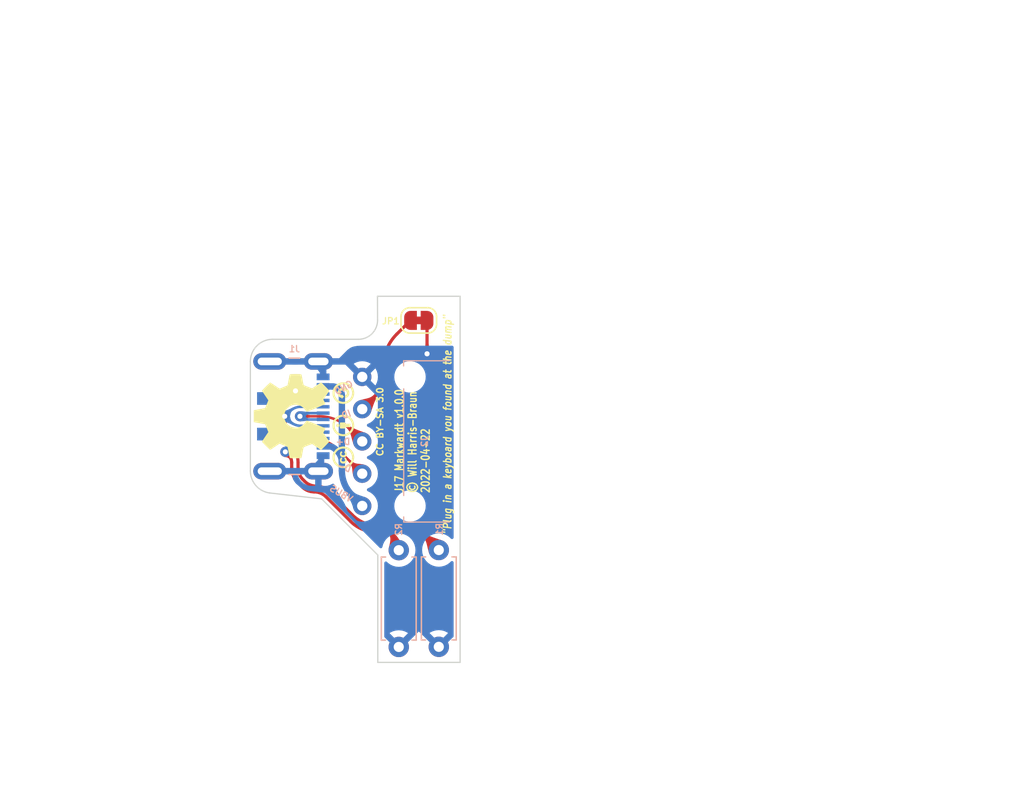
<source format=kicad_pcb>
(kicad_pcb (version 20211014) (generator pcbnew)
  (title_block (comment 4 "AISLER Project ID: IFRABZNE"))
  (layers (0 "F.Cu" signal) (31 "B.Cu" signal) (34 "B.Paste" user) (35 "F.Paste" user) (36 "B.SilkS" user "B.Silkscreen") (37 "F.SilkS" user "F.Silkscreen") (38 "B.Mask" user) (39 "F.Mask" user) (44 "Edge.Cuts" user))
  (net 0 "")
  (net 2 "Net-(J1-PadB5)")
  (net 4 "Net-(J1-PadA5)")
  (net 5 "/VBUS")
  (net 6 "/D+")
  (net 7 "/D-")
  (net 8 "/ID")
  (net 9 "/GND")
  (footprint "Jumper:SolderJumper-2_P1.3mm_Bridged_RoundedPad1.0x1.5mm" (layer "F.Cu") (at 128.688021 71.75179 180)
    (fp_text reference "JP1")
    (fp_text value "SolderJumper_2_Bridged" hide)
  )
  (footprint "MyLibrary:8292200520001101" (layer "F.Cu") (at 124.238021 76.2)
    (fp_text reference "J2")
    (fp_text value "829-22-005-20-001101" hide)
  )
  (footprint "Symbol:OSHW-Symbol_6.7x6mm_SilkScreen" (layer "F.Cu") (at 118.688021 79.30179 90)
    (fp_text reference "REF**" hide)
    (fp_text value "OSHW-Symbol_6.7x6mm_SilkScreen" hide)
  )
  (footprint "Connector_USB:USB_C_Receptacle_JAE_DX07S016JA1R1500" (layer "B.Cu") (at 118.113997 79.30179 90)
    (fp_text reference "J1")
    (fp_text value "USB_C_Receptacle_USB2.0" hide)
  )
  (footprint "Resistor_THT:R_Axial_DIN0207_L6.3mm_D2.5mm_P7.62mm_Horizontal" (layer "B.Cu") (at 127.113021 97.46179 90)
    (fp_text reference "R2")
    (fp_text value "5.1k")
  )
  (footprint "Resistor_THT:R_Axial_DIN0207_L6.3mm_D2.5mm_P7.62mm_Horizontal" (layer "B.Cu") (at 130.263021 97.45179 90)
    (fp_text reference "R1")
    (fp_text value "5.1k")
  )
  (gr_poly (pts (xy 122.489472 82.74842) (xy 122.490899 82.729807) (xy 122.493284 82.711892) (xy 122.496627 82.694675) (xy 122.500928 82.678155) (xy 122.506186 82.662333) (xy 122.512402 82.647208) (xy 122.519575 82.632781) (xy 122.527706 82.61905) (xy 122.536795 82.606016) (xy 122.54684 82.593679) (xy 122.557843 82.582039) (xy 122.569803 82.571095) (xy 122.58272 82.560847) (xy 122.596594 82.551295) (xy 122.611425 82.542439) (xy 122.611426 82.542439) (xy 122.670401 82.655866) (xy 122.665771 82.65817) (xy 122.661317 82.660538) (xy 122.657038 82.66297) (xy 122.652935 82.665466) (xy 122.649009 82.668026) (xy 122.645258 82.670651) (xy 122.641685 82.67334) (xy 122.638287 82.676093) (xy 122.635067 82.678911) (xy 122.632023 82.681793) (xy 122.629157 82.68474) (xy 122.626467 82.687752) (xy 122.623955 82.690829) (xy 122.62162 82.69397) (xy 122.619464 82.697177) (xy 122.617484 82.700448) (xy 122.615658 82.703742) (xy 122.613949 82.707007) (xy 122.612357 82.710241) (xy 122.610882 82.713446) (xy 122.609525 82.716622) (xy 122.608286 82.719767) (xy 122.607164 82.722884) (xy 122.60616 82.72597) (xy 122.605274 82.729028) (xy 122.604506 82.732056) (xy 122.603856 82.735054) (xy 122.603324 82.738023) (xy 122.602909 82.740963) (xy 122.602614 82.743874) (xy 122.602436 82.746755) (xy 122.602377 82.749608) (xy 122.602523 82.756581) (xy 122.602961 82.763334) (xy 122.603692 82.769865) (xy 122.604715 82.776176) (xy 122.60603 82.782265) (xy 122.607637 82.788133) (xy 122.609537 82.79378) (xy 122.611729 82.799205) (xy 122.614213 82.80441) (xy 122.61699 82.809393) (xy 122.620059 82.814155) (xy 122.62342 82.818696) (xy 122.627074 82.823015) (xy 122.63102 82.827113) (xy 122.635258 82.830989) (xy 122.639789 82.834645) (xy 122.644612 82.838079) (xy 122.649727 82.841291) (xy 122.655135 82.844282) (xy 122.660836 82.847052) (xy 122.666828 82.8496) (xy 122.673114 82.851927) (xy 122.679691 82.854032) (xy 122.686561 82.855916) (xy 122.693724 82.857578) (xy 122.701179 82.859018) (xy 122.708926 82.860237) (xy 122.716966 82.861235) (xy 122.725299 82.862011) (xy 122.733924 82.862565) (xy 122.742841 82.862897) (xy 122.752052 82.863008) (xy 122.760448 82.862896) (xy 122.768631 82.862559) (xy 122.776601 82.861998) (xy 122.784358 82.861213) (xy 122.791903 82.860203) (xy 122.799234 82.858969) (xy 122.806353 82.85751) (xy 122.81326 82.855828) (xy 122.819954 82.853921) (xy 122.826435 82.85179) (xy 122.832705 82.849435) (xy 122.838763 82.846856) (xy 122.844608 82.844053) (xy 122.850242 82.841027) (xy 122.855664 82.837776) (xy 122.860875 82.834301) (xy 122.86582 82.830603) (xy 122.870447 82.826692) (xy 122.874755 82.822568) (xy 122.878744 82.818232) (xy 122.880618 82.815984) (xy 122.882414 82.813683) (xy 122.884129 82.811329) (xy 122.885765 82.808922) (xy 122.887321 82.806461) (xy 122.888797 82.803948) (xy 122.890193 82.801381) (xy 122.89151 82.798761) (xy 122.893904 82.793361) (xy 122.895979 82.787749) (xy 122.897735 82.781924) (xy 122.899172 82.775886) (xy 122.900289 82.769635) (xy 122.901088 82.763172) (xy 122.901567 82.756496) (xy 122.901726 82.749608) (xy 122.901443 82.740517) (xy 122.900592 82.731769) (xy 122.899173 82.723364) (xy 122.897188 82.715302) (xy 122.894635 82.707582) (xy 122.891516 82.700205) (xy 122.887829 82.69317) (xy 122.883576 82.686478) (xy 122.878756 82.680128) (xy 122.873369 82.67412) (xy 122.867415 82.668455) (xy 122.860895 82.663131) (xy 122.853809 82.65815) (xy 122.846156 82.65351) (xy 122.837937 82.649212) (xy 122.829151 82.645256) (xy 122.882068 82.540957) (xy 122.889718 82.545215) (xy 122.89716 82.549674) (xy 122.904395 82.554333) (xy 122.911422 82.559194) (xy 122.918242 82.564255) (xy 122.924855 82.569517) (xy 122.93126 82.574981) (xy 122.937458 82.580645) (xy 122.943449 82.58651) (xy 122.949233 82.592576) (xy 122.95481 82.598843) (xy 122.96018 82.605311) (xy 122.965343 82.611979) (xy 122.9703 82.618849) (xy 122.97505 82.625919) (xy 122.979593 82.633191) (xy 122.983899 82.640601) (xy 122.987926 82.648107) (xy 122.991676 82.655709) (xy 122.995147 82.663407) (xy 122.998339 82.6712) (xy 123.001254 82.679089) (xy 123.003891 82.687073) (xy 123.00625 82.695153) (xy 123.008331 82.703328) (xy 123.010134 82.711598) (xy 123.01166 82.719963) (xy 123.012908 82.728422) (xy 123.013879 82.736977) (xy 123.014572 82.745626) (xy 123.014988 82.754369) (xy 123.015127 82.763207) (xy 123.014855 82.77721) (xy 123.014041 82.79087) (xy 123.012684 82.804189) (xy 123.010784 82.817166) (xy 123.008341 82.829801) (xy 123.005354 82.842093) (xy 123.001824 82.854043) (xy 122.99775 82.865651) (xy 122.993132 82.876915) (xy 122.987971 82.887838) (xy 122.982265 82.898417) (xy 122.976015 82.908653) (xy 122.96922 82.918546) (xy 122.961881 82.928096) (xy 122.953997 82.937303) (xy 122.945568 82.946167) (xy 122.936663 82.954586) (xy 122.927334 82.962463) (xy 122.917579 82.969797) (xy 122.907399 82.976587) (xy 122.896793 82.982834) (xy 122.885763 82.988538) (xy 122.874307 82.993699) (xy 122.862426 82.998316) (xy 122.85012 83.00239) (xy 122.837389 83.005921) (xy 122.824232 83.008909) (xy 122.810651 83.011353) (xy 122.796645 83.013255) (xy 122.782214 83.014613) (xy 122.767359 83.015427) (xy 122.752078 83.015699) (xy 122.737152 83.015424) (xy 122.722617 83.0146) (xy 122.708473 83.013227) (xy 122.694718 83.011304) (xy 122.681354 83.008832) (xy 122.66838 83.005811) (xy 122.655796 83.00224) (xy 122.643602 82.998121) (xy 122.631798 82.993452) (xy 122.620383 82.988234) (xy 122.609358 82.982468) (xy 122.598722 82.976152) (xy 122.588475 82.969287) (xy 122.578618 82.961873) (xy 122.569149 82.953911) (xy 122.56007 82.945399) (xy 122.551467 82.936469) (xy 122.543419 82.927248) (xy 122.535925 82.917738) (xy 122.528985 82.907939) (xy 122.522601 82.897849) (xy 122.516771 82.88747) (xy 122.511496 82.876801) (xy 122.506776 82.865842) (xy 122.502611 82.854594) (xy 122.499001 82.843055) (xy 122.495946 82.831226) (xy 122.493447 82.819107) (xy 122.491503 82.806699) (xy 122.490114 82.794) (xy 122.489281 82.781011) (xy 122.489003 82.767732)) (layer "F.SilkS") (width 0.015) (fill solid))
  (gr_poly (pts (xy 122.487451 79.846997) (xy 122.487637 79.844405) (xy 122.487947 79.841848) (xy 122.488381 79.839326) (xy 122.48894 79.836839) (xy 122.489622 79.834388) (xy 122.490428 79.831972) (xy 122.491358 79.829591) (xy 122.492412 79.827247) (xy 122.49359 79.824938) (xy 122.494893 79.822664) (xy 122.496319 79.820427) (xy 122.497869 79.818226) (xy 122.499544 79.816062) (xy 122.501342 79.813933) (xy 122.503264 79.811841) (xy 122.505275 79.809836) (xy 122.50734 79.80796) (xy 122.509457 79.806211) (xy 122.511628 79.80459) (xy 122.513852 79.803098) (xy 122.516129 79.801735) (xy 122.518459 79.800501) (xy 122.520843 79.799396) (xy 122.523279 79.79842) (xy 122.525768 79.797574) (xy 122.52831 79.796857) (xy 122.530905 79.79627) (xy 122.533553 79.795813) (xy 122.536254 79.795487) (xy 122.539008 79.795291) (xy 122.541814 79.795225) (xy 122.541814 79.795226) (xy 122.888021 79.795226) (xy 122.888021 79.891957) (xy 123.299237 79.891957) (xy 123.299237 80.155059) (xy 122.888048 80.155059) (xy 122.888048 80.25179) (xy 122.541814 80.25179) (xy 122.539003 80.251728) (xy 122.536247 80.251542) (xy 122.533544 80.251232) (xy 122.530894 80.250799) (xy 122.528299 80.250241) (xy 122.525756 80.249559) (xy 122.523268 80.248754) (xy 122.520833 80.247825) (xy 122.518451 80.246772) (xy 122.516122 80.245596) (xy 122.513847 80.244296) (xy 122.511624 80.242872) (xy 122.509455 80.241325) (xy 122.507339 80.239654) (xy 122.505275 80.23786) (xy 122.503264 80.235942) (xy 122.501346 80.233926) (xy 122.499551 80.231858) (xy 122.497879 80.229737) (xy 122.49633 80.227563) (xy 122.494904 80.225337) (xy 122.493602 80.223058) (xy 122.492423 80.220727) (xy 122.491368 80.218344) (xy 122.490436 80.215908) (xy 122.489629 80.213419) (xy 122.488945 80.210879) (xy 122.488385 80.208286) (xy 122.48795 80.205641) (xy 122.487638 80.202943) (xy 122.487452 80.200194) (xy 122.487389 80.197392) (xy 122.487389 79.849624)) (layer "F.SilkS") (width 0.015) (fill solid))
  (gr_poly (pts (xy 122.204799 80.016275) (xy 122.205148 80.009247) (xy 122.205731 80.00245) (xy 122.206547 79.995883) (xy 122.207597 79.989547) (xy 122.208879 79.983442) (xy 122.210395 79.977568) (xy 122.212144 79.971924) (xy 122.214126 79.966511) (xy 122.216342 79.961328) (xy 122.218791 79.956376) (xy 122.221473 79.951655) (xy 122.224388 79.947164) (xy 122.227537 79.942903) (xy 122.230918 79.938874) (xy 122.234534 79.935074) (xy 122.238382 79.931505) (xy 122.242464 79.928167) (xy 122.246779 79.925059) (xy 122.251328 79.922181) (xy 122.25611 79.919534) (xy 122.261125 79.917117) (xy 122.266374 79.91493) (xy 122.271856 79.912974) (xy 122.277571 79.911248) (xy 122.28352 79.909752) (xy 122.289702 79.908486) (xy 122.296118 79.90745) (xy 122.302767 79.906645) (xy 122.309649 79.90607) (xy 122.316765 79.905725) (xy 122.324115 79.90561) (xy 122.331369 79.905725) (xy 122.338393 79.90607) (xy 122.345187 79.906646) (xy 122.351751 79.907453) (xy 122.358084 79.908489) (xy 122.364188 79.909756) (xy 122.370061 79.911253) (xy 122.375703 79.912981) (xy 122.381116 79.914939) (xy 122.386298 79.917127) (xy 122.39125 79.919546) (xy 122.395971 79.922195) (xy 122.400463 79.925074) (xy 122.404724 79.928184) (xy 122.408755 79.931524) (xy 122.412555 79.935094) (xy 122.416125 79.938895) (xy 122.419465 79.942925) (xy 122.422575 79.947186) (xy 122.425454 79.951678) (xy 122.428103 79.956399) (xy 122.430522 79.961351) (xy 122.43271 79.966534) (xy 122.434668 79.971946) (xy 122.436396 79.977589) (xy 122.437893 79.983462) (xy 122.43916 79.989565) (xy 122.440197 79.995898) (xy 122.441003 80.002462) (xy 122.441579 80.009256) (xy 122.441925 80.01628) (xy 122.44204 80.023534) (xy 122.441925 80.030789) (xy 122.441579 80.037813) (xy 122.441003 80.044607) (xy 122.440197 80.051172) (xy 122.43916 80.057506) (xy 122.437893 80.06361) (xy 122.436396 80.069483) (xy 122.434668 80.075127) (xy 122.43271 80.08054) (xy 122.430522 80.085724) (xy 122.428103 80.090677) (xy 122.425454 80.095399) (xy 122.422575 80.099892) (xy 122.419465 80.104154) (xy 122.416125 80.108186) (xy 122.412555 80.111988) (xy 122.408755 80.115559) (xy 122.404724 80.1189) (xy 122.400463 80.122011) (xy 122.395971 80.124892) (xy 122.39125 80.127542) (xy 122.386298 80.129962) (xy 122.381116 80.132151) (xy 122.375703 80.13411) (xy 122.370061 80.135839) (xy 122.364188 80.137337) (xy 122.358084 80.138604) (xy 122.351751 80.139642) (xy 122.345187 80.140448) (xy 122.338393 80.141025) (xy 122.331369 80.14137) (xy 122.324115 80.141486) (xy 122.309658 80.141025) (xy 122.302779 80.14045) (xy 122.296133 80.139644) (xy 122.28972 80.138608) (xy 122.28354 80.137341) (xy 122.277592 80.135844) (xy 122.271878 80.134117) (xy 122.266397 80.13216) (xy 122.261148 80.129972) (xy 122.256133 80.127554) (xy 122.251351 80.124906) (xy 122.246802 80.122027) (xy 122.242486 80.118918) (xy 122.238403 80.115578) (xy 122.234554 80.112008) (xy 122.230937 80.108207) (xy 122.227554 80.104176) (xy 122.224404 80.099915) (xy 122.221487 80.095423) (xy 122.218803 80.0907) (xy 122.216353 80.085747) (xy 122.214135 80.080563) (xy 122.212152 80.075149) (xy 122.210401 80.069504) (xy 122.208884 80.063629) (xy 122.2076 80.057523) (xy 122.20655 80.051187) (xy 122.205733 80.04462) (xy 122.205149 80.037822) (xy 122.204799 80.030793) (xy 122.204682 80.023534)) (layer "F.SilkS") (width 0.015) (fill solid))
  (gr_poly (pts (xy 121.906844 77.431447) (xy 121.909732 77.388317) (xy 121.914546 77.346037) (xy 121.921285 77.304607) (xy 121.929949 77.264026) (xy 121.940539 77.224296) (xy 121.953055 77.185415) (xy 121.967496 77.147384) (xy 121.983862 77.110202) (xy 122.002154 77.07387) (xy 122.022372 77.038387) (xy 122.044514 77.003754) (xy 122.068583 76.96997) (xy 122.094576 76.937035) (xy 122.122496 76.904949) (xy 122.15234 76.873712) (xy 122.18339 76.843876) (xy 122.215301 76.815963) (xy 122.248073 76.789974) (xy 122.281708 76.765908) (xy 122.316203 76.743767) (xy 122.351561 76.723549) (xy 122.38778 76.705256) (xy 122.424861 76.688887) (xy 122.462804 76.674444) (xy 122.501609 76.661925) (xy 122.541277 76.651332) (xy 122.581806 76.642664) (xy 122.623198 76.635922) (xy 122.665452 76.631106) (xy 122.708569 76.628216) (xy 122.752548 76.627253) (xy 122.796518 76.628198) (xy 122.839589 76.631034) (xy 122.88176 76.635761) (xy 122.923032 76.642378) (xy 122.963405 76.650885) (xy 123.00288 76.661283) (xy 123.041456 76.673571) (xy 123.079133 76.68775) (xy 123.115912 76.703818) (xy 123.151793 76.721777) (xy 123.186776 76.741625) (xy 123.220861 76.763364) (xy 123.254049 76.786992) (xy 123.28634 76.81251) (xy 123.317734 76.839917) (xy 123.348231 76.869214) (xy 123.378623 76.90152) (xy 123.407055 76.934572) (xy 123.433526 76.968368) (xy 123.458036 77.002909) (xy 123.480585 77.038195) (xy 123.501174 77.074225) (xy 123.519801 77.111) (xy 123.536468 77.148518) (xy 123.551174 77.186781) (xy 123.56392 77.225787) (xy 123.574704 77.265536) (xy 123.583528 77.306028) (xy 123.590391 77.347264) (xy 123.595293 77.389243) (xy 123.598234 77.431964) (xy 123.599214 77.475428) (xy 123.59824 77.51798) (xy 123.595316 77.559822) (xy 123.590444 77.600954) (xy 123.583622 77.641377) (xy 123.574851 77.681089) (xy 123.564132 77.720093) (xy 123.551463 77.758386) (xy 123.536845 77.79597) (xy 123.520279 77.832845) (xy 123.501763 77.86901) (xy 123.481298 77.904466) (xy 123.458884 77.939213) (xy 123.434521 77.973251) (xy 123.408209 78.00658) (xy 123.379949 78.039199) (xy 123.349739 78.07111) (xy 123.318176 78.101316) (xy 123.285845 78.129574) (xy 123.252748 78.155883) (xy 123.218882 78.180245) (xy 123.184249 78.202658) (xy 123.148849 78.223123) (xy 123.11268 78.241639) (xy 123.075743 78.258207) (xy 123.038037 78.272826) (xy 122.999564 78.285497) (xy 122.960321 78.296218) (xy 122.92031 78.30499) (xy 122.87953 78.311813) (xy 122.837981 78.316687) (xy 122.795662 78.319611) (xy 122.752574 78.320586) (xy 122.752548 78.320585) (xy 122.752548 78.167895) (xy 122.787586 78.167092) (xy 122.82201 78.164683) (xy 122.855817 78.160668) (xy 122.88901 78.155046) (xy 122.921587 78.147819) (xy 122.953549 78.138985) (xy 122.984897 78.128545) (xy 123.015629 78.1165) (xy 123.045748 78.102848) (xy 123.075251 78.08759) (xy 123.104141 78.070726) (xy 123.132417 78.052256) (xy 123.160078 78.032179) (xy 123.187126 78.010497) (xy 123.21356 77.987208) (xy 123.239381 77.962314) (xy 123.264285 77.936304) (xy 123.28758 77.909681) (xy 123.309269 77.882443) (xy 123.329349 77.854592) (xy 123.347823 77.826126) (xy 123.364689 77.797046) (xy 123.379948 77.767352) (xy 123.3936 77.737044) (xy 123.405645 77.706122) (xy 123.416084 77.674585) (xy 123.424917 77.642434) (xy 123.432143 77.609669) (xy 123.437763 77.57629) (xy 123.441778 77.542296) (xy 123.444186 77.507687) (xy 123.444989 77.472464) (xy 123.44418 77.43741) (xy 123.441753 77.402922) (xy 123.437708 77.369) (xy 123.432045 77.335643) (xy 123.424764 77.302853) (xy 123.415865 77.270629) (xy 123.405348 77.238972) (xy 123.393213 77.207881) (xy 123.37946 77.177357) (xy 123.364088 77.1474) (xy 123.347098 77.11801) (xy 123.32849 77.089187) (xy 123.308263 77.060932) (xy 123.286418 77.033244) (xy 123.262955 77.006124) (xy 123.237873 76.979572) (xy 123.213299 76.955403) (xy 123.187958 76.932794) (xy 123.161849 76.911744) (xy 123.134973 76.892254) (xy 123.107328 76.874323) (xy 123.078916 76.857952) (xy 123.049735 76.84314) (xy 123.019787 76.829887) (xy 122.98907 76.818194) (xy 122.957586 76.80806) (xy 122.925333 76.799485) (xy 122.892313 76.792469) (xy 122.858524 76.787012) (xy 122.823967 76.783115) (xy 122.788641 76.780776) (xy 122.752548 76.779997) (xy 122.716622 76.780788) (xy 122.681404 76.783163) (xy 122.646894 76.78712) (xy 122.613092 76.792661) (xy 122.579998 76.799784) (xy 122.547612 76.808489) (xy 122.515934 76.818778) (xy 122.484965 76.830648) (xy 122.454704 76.844101) (xy 122.425151 76.859135) (xy 122.396308 76.875752) (xy 122.368173 76.893951) (xy 122.340747 76.913731) (xy 122.31403 76.935093) (xy 122.288023 76.958037) (xy 122.262725 76.982562) (xy 122.237999 77.008041) (xy 122.21487 77.034206) (xy 122.193337 77.061056) (xy 122.173401 77.088591) (xy 122.15506 77.116811) (xy 122.138316 77.145715) (xy 122.123167 77.175305) (xy 122.109613 77.205579) (xy 122.097655 77.236538) (xy 122.087292 77.268181) (xy 122.078524 77.300509) (xy 122.07135 77.333521) (xy 122.065771 77.367217) (xy 122.061786 77.401598) (xy 122.059395 77.436662) (xy 122.058598 77.472411) (xy 122.059396 77.508159) (xy 122.061788 77.543209) (xy 122.065776 77.577562) (xy 122.071358 77.611219) (xy 122.078534 77.644178) (xy 122.087306 77.676441) (xy 122.097672 77.708007) (xy 122.109633 77.738876) (xy 122.123189 77.769049) (xy 122.138339 77.798525) (xy 122.155084 77.827304) (xy 122.173423 77.855387) (xy 122.193357 77.882773) (xy 122.214885 77.909463) (xy 122.238008 77.935456) (xy 122.262725 77.960753) (xy 122.289269 77.985839) (xy 122.316356 78.009307) (xy 122.343986 78.031155) (xy 122.372158 78.051385) (xy 122.400873 78.069996) (xy 122.43013 78.086988) (xy 122.45993 78.102361) (xy 122.490273 78.116116) (xy 122.521158 78.128252) (xy 122.552586 78.13877) (xy 122.584556 78.14767) (xy 122.617069 78.154951) (xy 122.650125 78.160614) (xy 122.683723 78.164659) (xy 122.717864 78.167086) (xy 122.752548 78.167895) (xy 122.752548 78.320585) (xy 122.70966 78.319611) (xy 122.667466 78.316687) (xy 122.625991 78.311813) (xy 122.585237 78.30499) (xy 122.545203 78.296218) (xy 122.505889 78.285497) (xy 122.467295 78.272826) (xy 122.429422 78.258207) (xy 122.392269 78.241639) (xy 122.355836 78.223123) (xy 122.320123 78.202658) (xy 122.285131 78.180245) (xy 122.250859 78.155883) (xy 122.217308 78.129574) (xy 122.184477 78.101316) (xy 122.152367 78.07111) (xy 122.122517 78.039906) (xy 122.094594 78.007898) (xy 122.068597 77.975087) (xy 122.044526 77.941472) (xy 122.02238 77.907053) (xy 122.002161 77.871831) (xy 121.983867 77.835805) (xy 121.967499 77.798977) (xy 121.953057 77.761344) (xy 121.940541 77.722909) (xy 121.92995 77.68367) (xy 121.921285 77.643628) (xy 121.914546 77.602782) (xy 121.909732 77.561134) (xy 121.906844 77.518682) (xy 121.905881 77.475428)) (layer "F.SilkS") (width 0.015) (fill solid))
  (gr_poly (pts (xy 122.489472 82.258581) (xy 122.490899 82.239987) (xy 122.493284 82.222101) (xy 122.496627 82.204924) (xy 122.500928 82.188454) (xy 122.506186 82.172694) (xy 122.512402 82.157642) (xy 122.519575 82.143298) (xy 122.527706 82.129664) (xy 122.536795 82.11674) (xy 122.54684 82.104525) (xy 122.557843 82.093019) (xy 122.569803 82.082223) (xy 122.58272 82.072138) (xy 122.596594 82.062762) (xy 122.611425 82.054098) (xy 122.611426 82.054098) (xy 122.670401 82.16599) (xy 122.665771 82.16829) (xy 122.661317 82.170655) (xy 122.657038 82.173087) (xy 122.652935 82.175583) (xy 122.649009 82.178145) (xy 122.645258 82.180772) (xy 122.641685 82.183464) (xy 122.638287 82.186221) (xy 122.635067 82.189042) (xy 122.632023 82.191929) (xy 122.629157 82.194879) (xy 122.626467 82.197895) (xy 122.623955 82.200975) (xy 122.62162 82.204119) (xy 122.619464 82.207327) (xy 122.617484 82.210599) (xy 122.615658 82.213904) (xy 122.613949 82.21719) (xy 122.612357 82.220459) (xy 122.610882 82.223709) (xy 122.609525 82.226941) (xy 122.608286 82.230154) (xy 122.607164 82.233349) (xy 122.60616 82.236524) (xy 122.605274 82.239681) (xy 122.604506 82.242819) (xy 122.603856 82.245938) (xy 122.603324 82.249037) (xy 122.602909 82.252117) (xy 122.602614 82.255178) (xy 122.602436 82.258219) (xy 122.602377 82.26124) (xy 122.602523 82.268216) (xy 122.602961 82.274971) (xy 122.603692 82.281504) (xy 122.604715 82.287817) (xy 122.60603 82.293908) (xy 122.607637 82.299777) (xy 122.609537 82.305426) (xy 122.611729 82.310853) (xy 122.614213 82.316059) (xy 122.61699 82.321043) (xy 122.620059 82.325806) (xy 122.62342 82.330348) (xy 122.627074 82.334668) (xy 122.63102 82.338767) (xy 122.635258 82.342644) (xy 122.639789 82.3463) (xy 122.644612 82.349735) (xy 122.649727 82.352948) (xy 122.655135 82.355939) (xy 122.660836 82.358709) (xy 122.666828 82.361258) (xy 122.673114 82.363585) (xy 122.679691 82.36569) (xy 122.686561 82.367574) (xy 122.693724 82.369236) (xy 122.701179 82.370677) (xy 122.708926 82.371896) (xy 122.716966 82.372893) (xy 122.725299 82.373669) (xy 122.733924 82.374223) (xy 122.742841 82.374556) (xy 122.752052 82.374667) (xy 122.760448 82.374554) (xy 122.768631 82.374217) (xy 122.776601 82.373654) (xy 122.784358 82.372867) (xy 122.791903 82.371855) (xy 122.799234 82.370619) (xy 122.806353 82.369158) (xy 122.81326 82.367473) (xy 122.819954 82.365564) (xy 122.826435 82.363431) (xy 122.832705 82.361074) (xy 122.838763 82.358493) (xy 122.844608 82.355688) (xy 122.850242 82.35266) (xy 122.855664 82.349408) (xy 122.860875 82.345933) (xy 122.86582 82.34224) (xy 122.870447 82.338334) (xy 122.874755 82.334215) (xy 122.876789 82.332076) (xy 122.878744 82.329883) (xy 122.880618 82.327637) (xy 122.882414 82.325338) (xy 122.884129 82.322986) (xy 122.885765 82.32058) (xy 122.887321 82.31812) (xy 122.888797 82.315608) (xy 122.890193 82.313042) (xy 122.89151 82.310423) (xy 122.893904 82.305024) (xy 122.895979 82.299411) (xy 122.897735 82.293585) (xy 122.899172 82.287544) (xy 122.900289 82.281289) (xy 122.901088 82.274821) (xy 122.901567 82.268137) (xy 122.901726 82.26124) (xy 122.901443 82.252158) (xy 122.900592 82.243418) (xy 122.899173 82.235019) (xy 122.897188 82.226961) (xy 122.894635 82.219246) (xy 122.891516 82.211872) (xy 122.887829 82.20484) (xy 122.883576 82.19815) (xy 122.878756 82.191802) (xy 122.873369 82.185797) (xy 122.867415 82.180135) (xy 122.860895 82.174815) (xy 122.853809 82.169839) (xy 122.846156 82.165205) (xy 122.837937 82.160915) (xy 122.829151 82.156968) (xy 122.882068 82.051134) (xy 122.889718 82.05557) (xy 122.89716 82.060196) (xy 122.904395 82.065013) (xy 122.911422 82.070019) (xy 122.918242 82.075214) (xy 122.924855 82.080599) (xy 122.93126 82.086173) (xy 122.937458 82.091936) (xy 122.943449 82.097888) (xy 122.949233 82.104029) (xy 122.95481 82.110358) (xy 122.96018 82.116875) (xy 122.965343 82.123581) (xy 122.9703 82.130474) (xy 122.97505 82.137555) (xy 122.979593 82.144823) (xy 122.983899 82.152236) (xy 122.987926 82.159732) (xy 122.991676 82.16731) (xy 122.995147 82.174971) (xy 122.998339 82.182714) (xy 123.001254 82.19054) (xy 123.003891 82.198448) (xy 123.00625 82.206438) (xy 123.008331 82.214511) (xy 123.010134 82.222667) (xy 123.01166 82.230904) (xy 123.012908 82.239225) (xy 123.013879 82.247628) (xy 123.014572 82.256113) (xy 123.014988 82.264681) (xy 123.015127 82.273331) (xy 123.014855 82.287517) (xy 123.014041 82.301342) (xy 123.012684 82.314805) (xy 123.010784 82.327907) (xy 123.008341 82.340648) (xy 123.005354 82.353028) (xy 123.001824 82.365046) (xy 122.99775 82.376704) (xy 122.993132 82.388001) (xy 122.987971 82.398937) (xy 122.982265 82.409512) (xy 122.976015 82.419726) (xy 122.96922 82.42958) (xy 122.961881 82.439073) (xy 122.953997 82.448206) (xy 122.945568 82.456979) (xy 122.936663 82.465321) (xy 122.927334 82.473124) (xy 122.917579 82.480388) (xy 122.907399 82.487113) (xy 122.896793 82.493299) (xy 122.885763 82.498946) (xy 122.874307 82.504055) (xy 122.862426 82.508625) (xy 122.85012 82.512657) (xy 122.837389 82.516151) (xy 122.824232 82.519107) (xy 122.810651 82.521525) (xy 122.796645 82.523406) (xy 122.782214 82.524749) (xy 122.767359 82.525555) (xy 122.752078 82.525823) (xy 122.737152 82.525549) (xy 122.722617 82.524725) (xy 122.708473 82.523353) (xy 122.694718 82.521432) (xy 122.681354 82.518961) (xy 122.66838 82.515941) (xy 122.655796 82.512371) (xy 122.643602 82.508252) (xy 122.631798 82.503583) (xy 122.620383 82.498364) (xy 122.609358 82.492595) (xy 122.598722 82.486276) (xy 122.588475 82.479407) (xy 122.578618 82.471987) (xy 122.569149 82.464017) (xy 122.56007 82.455497) (xy 122.551467 82.446571) (xy 122.543419 82.437355) (xy 122.535925 82.427849) (xy 122.528985 82.418052) (xy 122.522601 82.407966) (xy 122.516771 82.397589) (xy 122.511496 82.386923) (xy 122.506776 82.375966) (xy 122.502611 82.36472) (xy 122.499001 82.353184) (xy 122.495946 82.341358) (xy 122.493447 82.329242) (xy 122.491503 82.316837) (xy 122.490114 82.304142) (xy 122.489281 82.291157) (xy 122.489003 82.277882)) (layer "F.SilkS") (width 0.015) (fill solid))
  (gr_poly (pts (xy 122.307042 77.453876) (xy 122.308549 77.429891) (xy 122.31106 77.406542) (xy 122.314575 77.38383) (xy 122.319094 77.361754) (xy 122.324617 77.340314) (xy 122.331143 77.319512) (xy 122.338673 77.299347) (xy 122.347207 77.27982) (xy 122.356743 77.26093) (xy 122.367283 77.242678) (xy 122.378825 77.225065) (xy 122.391371 77.20809) (xy 122.404918 77.191753) (xy 122.419469 77.176055) (xy 122.435021 77.160997) (xy 122.451368 77.146718) (xy 122.468283 77.133361) (xy 122.485765 77.120924) (xy 122.503814 77.109408) (xy 122.52243 77.098814) (xy 122.541613 77.08914) (xy 122.561363 77.080388) (xy 122.58168 77.072556) (xy 122.602563 77.065646) (xy 122.624014 77.059657) (xy 122.646031 77.05459) (xy 122.668614 77.050443) (xy 122.691764 77.047218) (xy 122.715481 77.044915) (xy 122.739764 77.043533) (xy 122.764613 77.043072) (xy 122.788738 77.04355) (xy 122.812349 77.044986) (xy 122.835446 77.047377) (xy 122.858028 77.050726) (xy 122.880095 77.055031) (xy 122.901648 77.060292) (xy 122.922686 77.06651) (xy 122.94321 77.073684) (xy 122.963219 77.081815) (xy 122.982714 77.090901) (xy 123.001695 77.100944) (xy 123.020162 77.111942) (xy 123.038114 77.123897) (xy 123.055552 77.136807) (xy 123.072476 77.150673) (xy 123.088886 77.165495) (xy 123.104535 77.181096) (xy 123.119175 77.197262) (xy 123.132806 77.213993) (xy 123.145429 77.23129) (xy 123.157043 77.249152) (xy 123.167648 77.267579) (xy 123.177243 77.286573) (xy 123.185829 77.306134) (xy 123.193406 77.326261) (xy 123.199973 77.346955) (xy 123.20553 77.368217) (xy 123.210077 77.390046) (xy 123.213614 77.412444) (xy 123.21614 77.43541) (xy 123.217656 77.458944) (xy 123.218161 77.483047) (xy 123.217825 77.500848) (xy 123.216816 77.518341) (xy 123.215133 77.535527) (xy 123.212778 77.552406) (xy 123.20975 77.568978) (xy 123.206048 77.585243) (xy 123.201673 77.6012) (xy 123.196624 77.616851) (xy 123.190903 77.632194) (xy 123.184507 77.647229) (xy 123.177438 77.661958) (xy 123.169696 77.676379) (xy 123.161279 77.690493) (xy 123.152189 77.704299) (xy 123.142425 77.717797) (xy 123.131987 77.730988) (xy 123.120928 77.743706) (xy 123.109304 77.755772) (xy 123.097113 77.767189) (xy 123.084356 77.777955) (xy 123.071032 77.788071) (xy 123.057142 77.797537) (xy 123.042685 77.806354) (xy 123.027661 77.814521) (xy 123.012071 77.822038) (xy 122.995914 77.828906) (xy 122.97919 77.835124) (xy 122.961898 77.840693) (xy 122.94404 77.845613) (xy 122.925615 77.849885) (xy 122.906622 77.853507) (xy 122.887062 77.85648) (xy 122.887062 77.643253) (xy 122.89655 77.642615) (xy 122.905738 77.641643) (xy 122.914624 77.640337) (xy 122.923209 77.638697) (xy 122.931492 77.636724) (xy 122.939475 77.634417) (xy 122.947156 77.631776) (xy 122.954536 77.628801) (xy 122.961614 77.625493) (xy 122.968392 77.621851) (xy 122.974868 77.617875) (xy 122.981043 77.613565) (xy 122.986917 77.608922) (xy 122.99249 77.603944) (xy 122.997761 77.598633) (xy 123.002731 77.592988) (xy 123.0074 77.58701) (xy 123.011768 77.580697) (xy 123.015834 77.574051) (xy 123.0196 77.567071) (xy 123.023064 77.559758) (xy 123.026226 77.55211) (xy 123.029088 77.544129) (xy 123.031648 77.535814) (xy 123.033908 77.527165) (xy 123.035866 77.518182) (xy 123.037522 77.508866) (xy 123.038878 77.499216) (xy 123.039932 77.489232) (xy 123.040685 77.478914) (xy 123.041137 77.468262) (xy 123.041287 77.457277) (xy 123.040986 77.44627) (xy 123.040082 77.435532) (xy 123.038575 77.425065) (xy 123.036466 77.414868) (xy 123.033755 77.404942) (xy 123.030441 77.395286) (xy 123.026524 77.385901) (xy 123.022006 77.376787) (xy 123.016885 77.367945) (xy 123.011163 77.359374) (xy 123.004838 77.351075) (xy 122.997911 77.343048) (xy 122.990383 77.335293) (xy 122.982253 77.32781) (xy 122.973521 77.320599) (xy 122.964188 77.313661) (xy 122.954352 77.307063) (xy 122.944114 77.30089) (xy 122.933472 77.295144) (xy 122.922429 77.289823) (xy 122.910983 77.284929) (xy 122.899135 77.28046) (xy 122.886885 77.276417) (xy 122.874233 77.2728) (xy 122.86118 77.269608) (xy 122.847725 77.266842) (xy 122.833869 77.264502) (xy 122.819612 77.262587) (xy 122.804955 77.261098) (xy 122.789897 77.260034) (xy 122.774439 77.259396) (xy 122.75858 77.259183) (xy 122.742009 77.259378) (xy 122.725941 77.259963) (xy 122.710375 77.260938) (xy 122.695312 77.262303) (xy 122.680751 77.264057) (xy 122.666693 77.266202) (xy 122.653137 77.268735) (xy 122.640083 77.271659) (xy 122.627531 77.274971) (xy 122.615481 77.278673) (xy 122.603933 77.282764) (xy 122.592886 77.287245) (xy 122.582341 77.292115) (xy 122.572297 77.297373) (xy 122.562755 77.303021) (xy 122.553713 77.309057) (xy 122.545202 77.315469) (xy 122.537239 77.322221) (xy 122.529826 77.329316) (xy 122.522961 77.336752) (xy 122.516645 77.34453) (xy 122.510878 77.35265) (xy 122.50566 77.361113) (xy 122.500992 77.369918) (xy 122.496872 77.379066) (xy 122.493302 77.388558) (xy 122.49028 77.398393) (xy 122.487808 77.408571) (xy 122.485886 77.419094) (xy 122.484512 77.42996) (xy 122.483688 77.441171) (xy 122.483413 77.452726) (xy 122.483998 77.47332) (xy 122.485751 77.492755) (xy 122.488674 77.511031) (xy 122.492765 77.528148) (xy 122.495249 77.536273) (xy 122.498026 77.544107) (xy 122.501094 77.551653) (xy 122.504455 77.558908) (xy 122.508109 77.565874) (xy 122.512054 77.57255) (xy 122.516292 77.578937) (xy 122.520822 77.585034) (xy 122.525645 77.590842) (xy 122.530759 77.59636) (xy 122.536167 77.601589) (xy 122.541866 77.606528) (xy 122.547858 77.611178) (xy 122.554142 77.615539) (xy 122.560718 77.619609) (xy 122.567587 77.623391) (xy 122.574748 77.626883) (xy 122.582201 77.630086) (xy 122.589947 77.632999) (xy 122.597985 77.635623) (xy 122.606316 77.637958) (xy 122.614939 77.640003) (xy 122.633062 77.643226) (xy 122.633062 77.581234) (xy 122.800887 77.749033) (xy 122.633062 77.916858) (xy 122.633088 77.850395) (xy 122.613896 77.847073) (xy 122.595254 77.843148) (xy 122.577161 77.838621) (xy 122.559617 77.833492) (xy 122.542622 77.827761) (xy 122.526178 77.821427) (xy 122.510282 77.81449) (xy 122.494936 77.80695) (xy 122.480139 77.798808) (xy 122.465892 77.790063) (xy 122.452195 77.780715) (xy 122.439046 77.770765) (xy 122.426447 77.760211) (xy 122.414398 77.749053) (xy 122.402898 77.737293) (xy 122.391947 77.72493) (xy 122.381605 77.712098) (xy 122.37193 77.698924) (xy 122.362922 77.685408) (xy 122.354581 77.671549) (xy 122.346908 77.657348) (xy 122.339902 77.642803) (xy 122.333563 77.627916) (xy 122.327891 77.612687) (xy 122.322887 77.597114) (xy 122.31855 77.581198) (xy 122.31488 77.56494) (xy 122.311878 77.548338) (xy 122.309542 77.531392) (xy 122.307874 77.514104) (xy 122.306873 77.496472) (xy 122.30654 77.478497)) (layer "F.SilkS") (width 0.015) (fill solid))
  (gr_poly (pts (xy 121.906263 79.98089) (xy 121.909132 79.937609) (xy 121.913915 79.8952) (xy 121.920611 79.853664) (xy 121.929221 79.813) (xy 121.939744 79.773209) (xy 121.95218 79.73429) (xy 121.966531 79.696245) (xy 121.982794 79.659073) (xy 122.000972 79.622774) (xy 122.021063 79.587348) (xy 122.043069 79.552796) (xy 122.066988 79.519118) (xy 122.092821 79.486313) (xy 122.120569 79.454383) (xy 122.150231 79.423327) (xy 122.181463 79.393491) (xy 122.213546 79.365578) (xy 122.246479 79.339589) (xy 122.280262 79.315523) (xy 122.314895 79.293382) (xy 122.350379 79.273164) (xy 122.386712 79.254871) (xy 122.423896 79.238502) (xy 122.46193 79.224059) (xy 122.500814 79.21154) (xy 122.540548 79.200947) (xy 122.581133 79.192279) (xy 122.622568 79.185537) (xy 122.664852 79.180721) (xy 122.707987 79.177831) (xy 122.751973 79.176868) (xy 122.796109 79.177813) (xy 122.839312 79.180649) (xy 122.881582 79.185376) (xy 122.922917 79.191993) (xy 122.963319 79.2005) (xy 123.002787 79.210898) (xy 123.041321 79.223186) (xy 123.078922 79.237365) (xy 123.115589 79.253433) (xy 123.151322 79.271392) (xy 123.186122 79.29124) (xy 123.219989 79.312979) (xy 123.252922 79.336607) (xy 123.284922 79.362125) (xy 123.315988 79.389532) (xy 123.346121 79.418829) (xy 123.376701 79.451316) (xy 123.405307 79.484523) (xy 123.431941 79.51845) (xy 123.456601 79.553097) (xy 123.479289 79.588465) (xy 123.500003 79.624552) (xy 123.518745 79.66136) (xy 123.535513 79.698887) (xy 123.550309 79.737135) (xy 123.563131 79.776104) (xy 123.573981 79.815792) (xy 123.582858 79.856202) (xy 123.589762 79.897331) (xy 123.594694 79.939181) (xy 123.597653 79.981752) (xy 123.598639 80.025043) (xy 123.597664 80.067595) (xy 123.59474 80.109437) (xy 123.589866 80.150569) (xy 123.583043 80.190992) (xy 123.57427 80.230704) (xy 123.563548 80.269708) (xy 123.550877 80.308001) (xy 123.536257 80.345585) (xy 123.519688 80.38246) (xy 123.50117 80.418625) (xy 123.480703 80.454081) (xy 123.458287 80.488828) (xy 123.433922 80.522866) (xy 123.407609 80.556195) (xy 123.379347 80.588814) (xy 123.349137 80.620725) (xy 123.317569 80.650931) (xy 123.285235 80.679189) (xy 123.252134 80.705498) (xy 123.218266 80.72986) (xy 123.183631 80.752273) (xy 123.148229 80.772738) (xy 123.112059 80.791254) (xy 123.075121 80.807822) (xy 123.037416 80.822441) (xy 122.998944 80.835112) (xy 122.959703 80.845833) (xy 122.919694 80.854605) (xy 122.878916 80.861428) (xy 122.83737 80.866302) (xy 122.795056 80.869226) (xy 122.751999 80.8702) (xy 122.751999 80.71751) (xy 122.786857 80.716707) (xy 122.821125 80.714298) (xy 122.854801 80.710283) (xy 122.887887 80.704661) (xy 122.920382 80.697434) (xy 122.952286 80.6886) (xy 122.983599 80.67816) (xy 123.01432 80.666115) (xy 123.04445 80.652463) (xy 123.073988 80.637205) (xy 123.102934 80.620341) (xy 123.131288 80.601871) (xy 123.159049 80.581794) (xy 123.186219 80.560112) (xy 123.212795 80.536823) (xy 123.238779 80.511929) (xy 123.263683 80.485919) (xy 123.286979 80.459296) (xy 123.308667 80.432058) (xy 123.328748 80.404207) (xy 123.347221 80.375741) (xy 123.364087 80.346661) (xy 123.379346 80.316967) (xy 123.392998 80.286659) (xy 123.405044 80.255737) (xy 123.415483 80.2242) (xy 123.424315 80.192049) (xy 123.431542 80.159284) (xy 123.437162 80.125905) (xy 123.441176 80.091911) (xy 123.443584 80.057302) (xy 123.444387 80.022079) (xy 123.443579 79.987025) (xy 123.441154 79.952537) (xy 123.437111 79.918615) (xy 123.431451 79.885258) (xy 123.424173 79.852468) (xy 123.415278 79.820244) (xy 123.404764 79.788587) (xy 123.392631 79.757496) (xy 123.37888 79.726972) (xy 123.36351 79.697015) (xy 123.34652 79.667625) (xy 123.327911 79.638802) (xy 123.307681 79.610547) (xy 123.285832 79.582859) (xy 123.262362 79.555739) (xy 123.237271 79.529187) (xy 123.212875 79.505018) (xy 123.187687 79.482409) (xy 123.161707 79.461359) (xy 123.134937 79.441869) (xy 123.107375 79.423938) (xy 123.079021 79.407567) (xy 123.049876 79.392755) (xy 123.019939 79.379502) (xy 122.989211 79.367809) (xy 122.957691 79.357675) (xy 122.92538 79.3491) (xy 122.892277 79.342084) (xy 122.858382 79.336627) (xy 122.823695 79.33273) (xy 122.788217 79.330391) (xy 122.751946 79.329612) (xy 122.716187 79.330403) (xy 122.681103 79.332778) (xy 122.646691 79.336735) (xy 122.612954 79.342276) (xy 122.57989 79.349399) (xy 122.547499 79.358104) (xy 122.515782 79.368393) (xy 122.484737 79.380263) (xy 122.454365 79.393716) (xy 122.424666 79.40875) (xy 122.395639 79.425367) (xy 122.367285 79.443566) (xy 122.339603 79.463346) (xy 122.312593 79.484708) (xy 122.286255 79.507652) (xy 122.260589 79.532177) (xy 122.236059 79.557829) (xy 122.213112 79.584142) (xy 122.191748 79.611119) (xy 122.171966 79.638757) (xy 122.153767 79.667057) (xy 122.13715 79.696019) (xy 122.122116 79.725643) (xy 122.108665 79.755928) (xy 122.096796 79.786875) (xy 122.086509 79.818484) (xy 122.077805 79.850755) (xy 122.070684 79.883686) (xy 122.065145 79.91728) (xy 122.061189 79.951534) (xy 122.058815 79.98645) (xy 122.058023 80.022026) (xy 122.058815 80.057774) (xy 122.06119 80.092824) (xy 122.065147 80.127177) (xy 122.070688 80.160834) (xy 122.077811 80.193793) (xy 122.086518 80.226056) (xy 122.096806 80.257622) (xy 122.108678 80.288491) (xy 122.122132 80.318664) (xy 122.137169 80.34814) (xy 122.153787 80.376919) (xy 122.171989 80.405002) (xy 122.191772 80.432388) (xy 122.213138 80.459078) (xy 122.236085 80.485071) (xy 122.260615 80.510368) (xy 122.287342 80.535454) (xy 122.314601 80.558922) (xy 122.342391 80.58077) (xy 122.370713 80.601) (xy 122.399565 80.619611) (xy 122.428949 80.636603) (xy 122.458864 80.651976) (xy 122.489311 80.665731) (xy 122.520288 80.677867) (xy 122.551797 80.688385) (xy 122.583836 80.697285) (xy 122.616407 80.704566) (xy 122.649509 80.710229) (xy 122.683141 80.714274) (xy 122.717305 80.716701) (xy 122.751999 80.71751) (xy 122.751999 80.8702) (xy 122.751973 80.870201) (xy 122.708876 80.869226) (xy 122.666511 80.866302) (xy 122.624877 80.861428) (xy 122.583976 80.854605) (xy 122.543806 80.845833) (xy 122.504369 80.835112) (xy 122.465663 80.822441) (xy 122.427689 80.807822) (xy 122.390448 80.791254) (xy 122.353938 80.772738) (xy 122.318161 80.752273) (xy 122.283116 80.72986) (xy 122.248803 80.705498) (xy 122.215222 80.679189) (xy 122.182373 80.650931) (xy 122.150257 80.620725) (xy 122.120591 80.589694) (xy 122.092839 80.557837) (xy 122.067002 80.525154) (xy 122.04308 80.491645) (xy 122.021072 80.45731) (xy 122.000978 80.422148) (xy 121.982799 80.38616) (xy 121.966534 80.349346) (xy 121.952183 80.311704) (xy 121.939745 80.273235) (xy 121.929222 80.233939) (xy 121.920612 80.193816) (xy 121.913915 80.152864) (xy 121.909132 80.111085) (xy 121.906263 80.068478) (xy 121.905306 80.025043)) (layer "F.SilkS") (width 0.015) (fill solid))
  (gr_poly (pts (xy 121.906301 82.490905) (xy 121.909208 82.447737) (xy 121.914052 82.405395) (xy 121.920834 82.363877) (xy 121.929553 82.323186) (xy 121.940209 82.28332) (xy 121.952803 82.244281) (xy 121.967334 82.206068) (xy 121.983801 82.168681) (xy 122.002206 82.132121) (xy 122.022547 82.096389) (xy 122.044825 82.061484) (xy 122.069039 82.027406) (xy 122.09519 81.994156) (xy 122.123277 81.961734) (xy 122.153299 81.93014) (xy 122.16836 81.915441) (xy 122.183688 81.90119) (xy 122.199281 81.887385) (xy 122.215141 81.874029) (xy 122.231267 81.86112) (xy 122.24766 81.848659) (xy 122.264318 81.836646) (xy 122.281242 81.825081) (xy 122.298432 81.813964) (xy 122.315887 81.803296) (xy 122.333608 81.793077) (xy 122.351594 81.783306) (xy 122.369846 81.773985) (xy 122.388363 81.765112) (xy 122.407144 81.756689) (xy 122.426191 81.748715) (xy 122.445448 81.741213) (xy 122.464853 81.734192) (xy 122.484404 81.727655) (xy 122.504103 81.721601) (xy 122.523949 81.71603) (xy 122.543943 81.710942) (xy 122.564084 81.706338) (xy 122.584372 81.702218) (xy 122.604808 81.698582) (xy 122.625392 81.69543) (xy 122.646123 81.692762) (xy 122.667002 81.690579) (xy 122.688029 81.688881) (xy 122.709204 81.687668) (xy 122.730527 81.68694) (xy 122.751999 81.686697) (xy 122.773647 81.686937) (xy 122.795124 81.687656) (xy 122.81643 81.688853) (xy 122.837564 81.69053) (xy 122.858527 81.692685) (xy 122.879318 81.695318) (xy 122.899938 81.69843) (xy 122.920386 81.70202) (xy 122.940662 81.706087) (xy 122.960767 81.710632) (xy 122.980699 81.715655) (xy 123.00046 81.721155) (xy 123.020048 81.727131) (xy 123.039464 81.733585) (xy 123.058708 81.740515) (xy 123.07778 81.747922) (xy 123.096632 81.755804) (xy 123.115208 81.764141) (xy 123.133506 81.772934) (xy 123.151528 81.782181) (xy 123.169273 81.791882) (xy 123.18674 81.802039) (xy 123.203931 81.81265) (xy 123.220844 81.823715) (xy 123.237479 81.835234) (xy 123.253837 81.847208) (xy 123.269917 81.859635) (xy 123.285719 81.872517) (xy 123.301243 81.885852) (xy 123.316489 81.899641) (xy 123.331457 81.913883) (xy 123.346147 81.928579) (xy 123.361228 81.944202) (xy 123.37586 81.960086) (xy 123.390045 81.97623) (xy 123.403782 81.992635) (xy 123.41707 82.0093) (xy 123.429911 82.026225) (xy 123.442302 82.043411) (xy 123.454246 82.060858) (xy 123.46574 82.078564) (xy 123.476786 82.096532) (xy 123.487383 82.114759) (xy 123.497531 82.133248) (xy 123.50723 82.151996) (xy 123.51648 82.171005) (xy 123.52528 82.190275) (xy 123.533631 82.209805) (xy 123.541503 82.229497) (xy 123.548867 82.249273) (xy 123.555723 82.269132) (xy 123.562072 82.289074) (xy 123.567912 82.3091) (xy 123.573245 82.329209) (xy 123.57807 82.349401) (xy 123.582387 82.369676) (xy 123.586196 82.390034) (xy 123.589497 82.410474) (xy 123.59229 82.430997) (xy 123.594576 82.451602) (xy 123.596353 82.47229) (xy 123.597623 82.49306) (xy 123.598385 82.513912) (xy 123.598639 82.534845) (xy 123.598388 82.555764) (xy 123.597636 82.576572) (xy 123.596383 82.597267) (xy 123.594628 82.617851) (xy 123.592372 82.638324) (xy 123.589613 82.658684) (xy 123.586352 82.678932) (xy 123.582589 82.699069) (xy 123.578323 82.719094) (xy 123.573554 82.739006) (xy 123.568282 82.758807) (xy 123.562507 82.778496) (xy 123.556229 82.798072) (xy 123.549447 82.817537) (xy 123.542161 82.836889) (xy 123.534372 82.856129) (xy 123.52612 82.875184) (xy 123.517419 82.893992) (xy 123.508268 82.912552) (xy 123.498668 82.930865) (xy 123.488619 82.94893) (xy 123.478121 82.966748) (xy 123.467174 82.984318) (xy 123.455777 83.00164) (xy 123.443932 83.018714) (xy 123.431637 83.035541) (xy 123.418894 83.05212) (xy 123.405702 83.068451) (xy 123.392062 83.084534) (xy 123.377972 83.100369) (xy 123.363435 83.115956) (xy 123.348449 83.131296) (xy 123.333117 83.146283) (xy 123.317542 83.160816) (xy 123.301725 83.174893) (xy 123.285664 83.188516) (xy 123.269361 83.201683) (xy 123.252815 83.214395) (xy 123.236026 83.226653) (xy 123.218995 83.238455) (xy 123.201721 83.249803) (xy 123.184205 83.260696) (xy 123.166447 83.271134) (xy 123.148446 83.281117) (xy 123.130203 83.290646) (xy 123.111719 83.29972) (xy 123.092992 83.308339) (xy 123.074023 83.316504) (xy 123.054869 83.324193) (xy 123.035586 83.331387) (xy 123.016173 83.338084) (xy 122.996631 83.344285) (xy 122.97696 83.34999) (xy 122.957159 83.355199) (xy 122.937228 83.359912) (xy 122.917168 83.364129) (xy 122.896978 83.36785) (xy 122.876658 83.371074) (xy 122.856207 83.373803) (xy 122.835626 83.376035) (xy 122.814915 83.377772) (xy 122.794074 83.379012) (xy 122.773102 83.379756) (xy 122.752025 83.380004) (xy 122.752025 83.227339) (xy 122.768998 83.22713) (xy 122.785893 83.226502) (xy 122.802712 83.225455) (xy 122.819453 83.223989) (xy 122.836118 83.222104) (xy 122.852705 83.219799) (xy 122.869214 83.217075) (xy 122.885646 83.213932) (xy 122.902001 83.210368) (xy 122.918278 83.206385) (xy 122.934477 83.201981) (xy 122.950599 83.197157) (xy 122.966643 83.191913) (xy 122.982609 83.186248) (xy 122.998497 83.180162) (xy 123.014307 83.173655) (xy 123.02999 83.166764) (xy 123.04546 83.159513) (xy 123.060716 83.151903) (xy 123.075759 83.143933) (xy 123.090587 83.135603) (xy 123.105202 83.126914) (xy 123.119604 83.117865) (xy 123.133792 83.108455) (xy 123.147767 83.098686) (xy 123.161529 83.088556) (xy 123.175078 83.078065) (xy 123.188413 83.067214) (xy 123.201536 83.056001) (xy 123.214445 83.044428) (xy 123.227142 83.032493) (xy 123.239626 83.020197) (xy 123.251824 83.007625) (xy 123.263655 82.994853) (xy 123.275119 82.98188) (xy 123.286216 82.968706) (xy 123.296946 82.955331) (xy 123.30731 82.941755) (xy 123.317307 82.927978) (xy 123.326938 82.914) (xy 123.336203 82.89982) (xy 123.345103 82.885438) (xy 123.353637 82.870855) (xy 123.361806 82.856069) (xy 123.36961 82.841082) (xy 123.37705 82.825892) (xy 123.384124 82.810499) (xy 123.390835 82.794904) (xy 123.39715 82.779175) (xy 123.403058 82.76335) (xy 123.408558 82.74743) (xy 123.41365 82.731415) (xy 123.418336 82.715305) (xy 123.422614 82.699099) (xy 123.426484 82.682798) (xy 123.429947 82.666403) (xy 123.433003 82.649912) (xy 123.435651 82.633327) (xy 123.437892 82.616647) (xy 123.439725 82.599873) (xy 123.441151 82.583003) (xy 123.44217 82.56604) (xy 123.442781 82.548982) (xy 123.442984 82.531829) (xy 123.442778 82.514856) (xy 123.44216 82.497948) (xy 123.441128 82.481105) (xy 123.439684 82.464328) (xy 123.437827 82.447615) (xy 123.435556 82.430966) (xy 123.432872 82.414381) (xy 123.429775 82.397861) (xy 123.426264 82.381404) (xy 123.42234 82.36501) (xy 123.418001 82.348679) (xy 123.413249 82.332411) (xy 123.408082 82.316205) (xy 123.4025 82.300062) (xy 123.396505 82.28398) (xy 123.390094 82.26796) (xy 123.383289 82.252089) (xy 123.37612 82.236415) (xy 123.368587 82.220936) (xy 123.360689 82.205653) (xy 123.352426 82.190565) (xy 123.343798 82.175673) (xy 123.334805 82.160976) (xy 123.325447 82.146473) (xy 123.315723 82.132165) (xy 123.305633 82.118051) (xy 123.295177 82.104131) (xy 123.284356 82.090405) (xy 123.273167 82.076871) (xy 123.261613 82.063531) (xy 123.249691 82.050384) (xy 123.237403 82.037429) (xy 123.21283 82.013448) (xy 123.187489 81.991014) (xy 123.16138 81.970128) (xy 123.134503 81.95079) (xy 123.106858 81.932999) (xy 123.078445 81.916756) (xy 123.049263 81.90206) (xy 123.019314 81.888912) (xy 122.988596 81.87731) (xy 122.95711 81.867256) (xy 122.924855 81.858748) (xy 122.891832 81.851788) (xy 122.85804 81.846375) (xy 122.823479 81.842508) (xy 122.78815 81.840188) (xy 122.752052 81.839415) (xy 122.734534 81.839615) (xy 122.717135 81.840218) (xy 122.699855 81.841223) (xy 122.682692 81.842629) (xy 122.665648 81.844437) (xy 122.648723 81.846646) (xy 122.631915 81.849257) (xy 122.615226 81.85227) (xy 122.598654 81.855684) (xy 122.582201 81.8595) (xy 122.565866 81.863717) (xy 122.549649 81.868336) (xy 122.53355 81.873356) (xy 122.517569 81.878777) (xy 122.501706 81.884599) (xy 122.48596 81.890823) (xy 122.47038 81.897422) (xy 122.455014 81.904388) (xy 122.43986 81.911723) (xy 122.424919 81.919425) (xy 122.410191 81.927494) (xy 122.395675 81.935931) (xy 122.381372 81.944734) (xy 122.367281 81.953903) (xy 122.353402 81.963439) (xy 122.339735 81.97334) (xy 122.32628 81.983608) (xy 122.313037 81.99424) (xy 122.300005 82.005238) (xy 122.287184 82.0166) (xy 122.274574 82.028327) (xy 122.262176 82.040419) (xy 122.237459 82.066271) (xy 122.214336 82.09277) (xy 122.192808 82.119917) (xy 122.172874 82.147711) (xy 122.154535 82.176153) (xy 122.13779 82.205243) (xy 122.12264 82.234981) (xy 122.109084 82.265367) (xy 122.097123 82.296402) (xy 122.086757 82.328086) (xy 122.077985 82.360419) (xy 122.070809 82.393402) (xy 122.065227 82.427034) (xy 122.061239 82.461315) (xy 122.058847 82.496247) (xy 122.058049 82.531829) (xy 122.058841 82.567753) (xy 122.061216 82.602958) (xy 122.065173 82.637442) (xy 122.070714 82.671206) (xy 122.077837 82.70425) (xy 122.086544 82.736574) (xy 122.096832 82.768178) (xy 122.108704 82.799062) (xy 122.122158 82.829225) (xy 122.137195 82.858668) (xy 122.153813 82.88739) (xy 122.172015 82.915393) (xy 122.191798 82.942675) (xy 122.213164 82.969236) (xy 122.236111 82.995077) (xy 122.260641 83.020197) (xy 122.273403 83.032493) (xy 122.28636 83.044429) (xy 122.299511 83.056003) (xy 122.312856 83.067217) (xy 122.326395 83.07807) (xy 122.340129 83.088563) (xy 122.354058 83.098694) (xy 122.368181 83.108465) (xy 122.382499 83.117876) (xy 122.397011 83.126926) (xy 122.411719 83.135615) (xy 122.426622 83.143944) (xy 122.441719 83.151912) (xy 122.457012 83.15952) (xy 122.4725 83.166768) (xy 122.488183 83.173655) (xy 122.504008 83.180162) (xy 122.519921 83.186248) (xy 122.535924 83.191913) (xy 122.552015 83.197157) (xy 122.568195 83.201981) (xy 122.584463 83.206385) (xy 122.60082 83.210368) (xy 122.617266 83.213932) (xy 122.633801 83.217075) (xy 122.650424 83.219799) (xy 122.667136 83.222104) (xy 122.683936 83.223989) (xy 122.700825 83.225455) (xy 122.717803 83.226502) (xy 122.73487 83.22713) (xy 122.752025 83.227339) (xy 122.752025 83.380004) (xy 122.751999 83.380004) (xy 122.731069 83.379753) (xy 122.710241 83.379001) (xy 122.689514 83.377746) (xy 122.668887 83.37599) (xy 122.648361 83.373732) (xy 122.627936 83.370972) (xy 122.607612 83.367711) (xy 122.587388 83.363947) (xy 122.567265 83.359681) (xy 122.547242 83.354914) (xy 122.527319 83.349644) (xy 122.507496 83.343872) (xy 122.487774 83.337598) (xy 122.468152 83.330822) (xy 122.448629 83.323544) (xy 122.429207 83.315763) (xy 122.409962 83.307504) (xy 122.39097 83.298789) (xy 122.372234 83.28962) (xy 122.353751 83.279996) (xy 122.335522 83.269916) (xy 122.317547 83.259382) (xy 122.299827 83.248394) (xy 122.28236 83.23695) (xy 122.265147 83.225053) (xy 122.248188 83.2127) (xy 122.231483 83.199893) (xy 122.215032 83.186632) (xy 122.198835 83.172917) (xy 122.182891 83.158748) (xy 122.167201 83.144124) (xy 122.151765 83.129047) (xy 122.121929 83.098379) (xy 122.094017 83.066849) (xy 122.068029 83.034457) (xy 122.043965 83.001203) (xy 122.021826 82.967087) (xy 122.00161 82.932109) (xy 121.98332 82.896268) (xy 121.966953 82.859565) (xy 121.952512 82.822) (xy 121.939996 82.783573) (xy 121.929405 82.744283) (xy 121.920739 82.704131) (xy 121.913999 82.663117) (xy 121.909184 82.62124) (xy 121.906295 82.5785) (xy 121.905332 82.534898)) (layer "F.SilkS") (width 0.015) (fill solid))
  (gr_arc (start 125.444699 71.737349) (mid 125.00311 72.801031) (end 123.938021 73.239213) (layer "Edge.Cuts") (width 0.1))
  (gr_line (start 125.438021 69.85179) (end 131.938021 69.85179) (layer "Edge.Cuts") (width 0.1))
  (gr_arc (start 115.438021 74.989213) (mid 115.950589 73.75179) (end 117.188021 73.239213) (layer "Edge.Cuts") (width 0.1))
  (gr_line (start 131.938021 69.85179) (end 131.938021 98.67679) (layer "Edge.Cuts") (width 0.1))
  (gr_line (start 125.463021 98.67679) (end 131.938021 98.67679) (layer "Edge.Cuts") (width 0.1))
  (gr_line (start 121.038021 85.80179) (end 125.463021 90.22679) (layer "Edge.Cuts") (width 0.1))
  (gr_line (start 115.438021 83.60179) (end 115.438021 74.989213) (layer "Edge.Cuts") (width 0.1))
  (gr_line (start 125.463021 98.67679) (end 125.463021 90.22679) (layer "Edge.Cuts") (width 0.1))
  (gr_line (start 125.444699 71.737349) (end 125.438021 69.85179) (layer "Edge.Cuts") (width 0.1))
  (gr_line (start 121.038021 85.80179) (end 116.95151 85.337493) (layer "Edge.Cuts") (width 0.1))
  (gr_line (start 117.188021 73.239213) (end 123.938021 73.239213) (layer "Edge.Cuts") (width 0.1))
  (gr_arc (start 116.95151 85.337493) (mid 115.869559 84.753213) (end 115.438021 83.60179) (layer "Edge.Cuts") (width 0.1))
  (gr_text "D+" (at 122.727588 81.301028) (layer "B.SilkS") (effects (font (size 0.5 0.5) (thickness 0.1)) (justify mirror)))
  (gr_text "GND" (at 122.782668 77.054655 30) (layer "B.SilkS") (effects (font (size 0.5 0.5) (thickness 0.1)) (justify mirror)))
  (gr_text "D-" (at 122.808637 83.296277 -20) (layer "B.SilkS") (effects (font (size 0.5 0.5) (thickness 0.1)) (justify mirror)))
  (gr_text "VBUS" (at 122.579816 85.385785 -30) (layer "B.SilkS") (effects (font (size 0.5 0.5) (thickness 0.1)) (justify mirror)))
  (gr_text "ID" (at 122.985045 79.163018 20) (layer "B.SilkS") (effects (font (size 0.5 0.5) (thickness 0.1)) (justify mirror)))
  (gr_text "{dblquote}Plug in a keyboard you found at the dump{dblquote}" (at 130.948021 88.65179 90) (layer "F.SilkS") (effects (font (size 0.6 0.5) (thickness 0.1075) italic) (justify left)))
  (gr_text "J17 Markwardt v1.0.0\n© Will Harris-Braun\n2022-04-22" (at 128.188021 85.39179 90) (layer "F.SilkS") (effects (font (size 0.64 0.5) (thickness 0.11)) (justify left)))
  (gr_text "CC BY-SA 3.0" (at 125.638021 82.50179 90) (layer "F.SilkS") (effects (font (size 0.5 0.5) (thickness 0.11)) (justify left)))
  (segment (start 119.584083 84.295055) (end 119.703378 84.41435) (width 0.25) (layer "F.Cu") (net 2))
  (segment (start 129.323261 88.89203) (end 130.263021 89.83179) (width 0.25) (layer "F.Cu") (net 2))
  (segment (start 118.988021 77.30179) (end 118.763021 77.30179) (width 0.25) (layer "F.Cu") (net 2))
  (segment (start 123.437295 87.051064) (end 121.57642 85.190189) (width 0.25) (layer "F.Cu") (net 2))
  (segment (start 118.050251 80.86402) (end 118.517258 81.331027) (width 0.25) (layer "F.Cu") (net 2))
  (segment (start 127.054479 87.95227) (end 125.612999 87.95227) (width 0.25) (layer "F.Cu") (net 2))
  (segment (start 117.41351 79.22145) (end 117.41351 79.32679) (width 0.25) (layer "F.Cu") (net 2))
  (segment (start 117.975765 77.864045) (end 118.378921 77.460889) (width 0.25) (layer "F.Cu") (net 2))
  (segment (start 119.188021 83.338875) (end 119.188021 82.950391) (width 0.25) (layer "F.Cu") (net 2))
  (via (at 118.988021 77.30179) (size 0.8) (drill 0.4) (layers "F.Cu" "B.Cu") (net 2))
  (arc (start 119.703378 84.41435) (mid 120.133057 84.701452) (end 120.639899 84.80227) (width 0.25) (layer "F.Cu") (net 2))
  (arc (start 123.437295 87.051064) (mid 124.435517 87.718054) (end 125.612999 87.95227) (width 0.25) (layer "F.Cu") (net 2))
  (arc (start 117.41351 79.32679) (mid 117.578993 80.158733) (end 118.050251 80.86402) (width 0.25) (layer "F.Cu") (net 2))
  (arc (start 118.517258 81.331027) (mid 119.013695 82.073997) (end 119.188021 82.950391) (width 0.25) (layer "F.Cu") (net 2))
  (arc (start 129.323261 88.89203) (mid 128.282335 88.196505) (end 127.054479 87.95227) (width 0.25) (layer "F.Cu") (net 2))
  (arc (start 119.188021 83.338875) (mid 119.290954 83.856356) (end 119.584083 84.295055) (width 0.25) (layer "F.Cu") (net 2))
  (arc (start 117.975765 77.864045) (mid 117.559635 78.486827) (end 117.41351 79.22145) (width 0.25) (layer "F.Cu") (net 2))
  (arc (start 118.763021 77.30179) (mid 118.555147 77.343138) (end 118.378921 77.460889) (width 0.25) (layer "F.Cu") (net 2))
  (arc (start 121.57642 85.190189) (mid 121.14674 84.903086) (end 120.639899 84.80227) (width 0.25) (layer "F.Cu") (net 2))
  (segment (start 120.268351 78.05179) (end 121.163997 78.05179) (width 0.25) (layer "B.Cu") (net 2))
  (segment (start 118.988021 77.30179) (end 119.363021 77.67679) (width 0.25) (layer "B.Cu") (net 2))
  (arc (start 119.363021 77.67679) (mid 119.778389 77.95433) (end 120.268351 78.05179) (width 0.25) (layer "B.Cu") (net 2))
  (segment (start 118.438021 82.35179) (end 118.188021 82.10179) (width 0.25) (layer "F.Cu") (net 4))
  (segment (start 125.960723 88.40179) (end 125.295162 88.40179) (width 0.25) (layer "F.Cu") (net 4))
  (segment (start 121.390222 85.639709) (end 123.34418 87.593667) (width 0.25) (layer "F.Cu") (net 4))
  (segment (start 126.775521 88.73929) (end 126.842552 88.806321) (width 0.25) (layer "F.Cu") (net 4))
  (segment (start 119.517181 84.86387) (end 119.194634 84.541323) (width 0.25) (layer "F.Cu") (net 4))
  (segment (start 127.113021 89.45929) (end 127.113021 89.84179) (width 0.25) (layer "F.Cu") (net 4))
  (segment (start 118.688021 83.31825) (end 118.688021 82.955343) (width 0.25) (layer "F.Cu") (net 4))
  (via (at 118.188021 82.10179) (size 0.8) (drill 0.4) (layers "F.Cu" "B.Cu") (net 4))
  (arc (start 126.775521 88.73929) (mid 126.401688 88.489503) (end 125.960723 88.40179) (width 0.25) (layer "F.Cu") (net 4))
  (arc (start 121.390222 85.639709) (mid 120.960543 85.352606) (end 120.453702 85.25179) (width 0.25) (layer "F.Cu") (net 4))
  (arc (start 119.517181 84.86387) (mid 119.94686 85.150972) (end 120.453702 85.25179) (width 0.25) (layer "F.Cu") (net 4))
  (arc (start 123.34418 87.593667) (mid 124.239298 88.191765) (end 125.295162 88.40179) (width 0.25) (layer "F.Cu") (net 4))
  (arc (start 118.688021 83.31825) (mid 118.819685 83.980172) (end 119.194634 84.541323) (width 0.25) (layer "F.Cu") (net 4))
  (arc (start 126.842552 88.806321) (mid 127.042728 89.105905) (end 127.113021 89.45929) (width 0.25) (layer "F.Cu") (net 4))
  (arc (start 118.438021 82.35179) (mid 118.623048 82.628702) (end 118.688021 82.955343) (width 0.25) (layer "F.Cu") (net 4))
  (segment (start 119.980483 81.05179) (end 121.163997 81.05179) (width 0.25) (layer "B.Cu") (net 4))
  (segment (start 118.713021 81.57679) (end 118.188021 82.10179) (width 0.25) (layer "B.Cu") (net 4))
  (arc (start 119.980483 81.05179) (mid 119.294537 81.188233) (end 118.713021 81.57679) (width 0.25) (layer "B.Cu") (net 4))
  (segment (start 122.638021 81.871459) (end 122.638021 82.93212) (width 0.5) (layer "B.Cu") (net 5))
  (segment (start 122.638021 77.688802) (end 122.638021 81.871459) (width 0.5) (layer "B.Cu") (net 5))
  (segment (start 122.638021 83.581149) (end 122.638021 82.93212) (width 0.5) (layer "B.Cu") (net 5))
  (segment (start 121.526009 81.65179) (end 121.163997 81.65179) (width 0.5) (layer "B.Cu") (net 5))
  (segment (start 123.438021 85.51252) (end 124.238021 86.31252) (width 0.5) (layer "B.Cu") (net 5))
  (segment (start 122.263021 82.02679) (end 122.144002 81.907771) (width 0.5) (layer "B.Cu") (net 5))
  (segment (start 121.901009 76.95179) (end 121.163997 76.95179) (width 0.5) (layer "B.Cu") (net 5))
  (arc (start 122.638021 77.688802) (mid 122.422155 77.167655) (end 121.901009 76.95179) (width 0.5) (layer "B.Cu") (net 5))
  (arc (start 122.638021 83.581149) (mid 122.845934 84.626399) (end 123.438021 85.51252) (width 0.5) (layer "B.Cu") (net 5))
  (arc (start 122.263021 82.02679) (mid 122.502415 82.074408) (end 122.638021 81.871459) (width 0.5) (layer "B.Cu") (net 5))
  (arc (start 122.144002 81.907771) (mid 121.860464 81.718317) (end 121.526009 81.65179) (width 0.5) (layer "B.Cu") (net 5))
  (arc (start 122.638021 82.93212) (mid 122.540561 82.442158) (end 122.263021 82.02679) (width 0.5) (layer "B.Cu") (net 5))
  (segment (start 123.248916 80.290895) (end 124.238021 81.28) (width 0.2) (layer "F.Cu") (net 6))
  (segment (start 119.338021 79.30179) (end 120.861005 79.30179) (width 0.2) (layer "F.Cu") (net 6))
  (via (at 119.338021 79.30179) (size 0.8) (drill 0.4) (layers "F.Cu" "B.Cu") (net 6))
  (arc (start 123.248916 80.290895) (mid 122.153333 79.55885) (end 120.861005 79.30179) (width 0.2) (layer "F.Cu") (net 6))
  (segment (start 119.764797 79.05179) (end 121.163997 79.05179) (width 0.2) (layer "B.Cu") (net 6))
  (segment (start 119.764797 79.55179) (end 121.163997 79.55179) (width 0.2) (layer "B.Cu") (net 6))
  (segment (start 119.338021 79.30179) (end 119.463021 79.17679) (width 0.2) (layer "B.Cu") (net 6))
  (segment (start 119.463021 79.42679) (end 119.338021 79.30179) (width 0.2) (layer "B.Cu") (net 6))
  (arc (start 119.463021 79.42679) (mid 119.601477 79.519303) (end 119.764797 79.55179) (width 0.2) (layer "B.Cu") (net 6))
  (arc (start 119.764797 79.05179) (mid 119.601477 79.084276) (end 119.463021 79.17679) (width 0.2) (layer "B.Cu") (net 6))
  (segment (start 118.138021 79.30179) (end 118.138021 79.65179) (width 0.2) (layer "F.Cu") (net 7))
  (segment (start 122.326545 81.908524) (end 124.238021 83.82) (width 0.2) (layer "F.Cu") (net 7))
  (segment (start 118.688021 80.55179) (end 118.385508 80.249277) (width 0.2) (layer "F.Cu") (net 7))
  (segment (start 120.015838 81.10179) (end 120.378916 81.10179) (width 0.2) (layer "F.Cu") (net 7))
  (via (at 118.138021 79.30179) (size 0.8) (drill 0.4) (layers "F.Cu" "B.Cu") (net 7))
  (arc (start 122.326545 81.908524) (mid 121.432965 81.311453) (end 120.378916 81.10179) (width 0.2) (layer "F.Cu") (net 7))
  (arc (start 118.138021 79.65179) (mid 118.20234 79.975147) (end 118.385508 80.249277) (width 0.2) (layer "F.Cu") (net 7))
  (arc (start 118.688021 80.55179) (mid 119.297228 80.958849) (end 120.015838 81.10179) (width 0.2) (layer "F.Cu") (net 7))
  (segment (start 119.418351 78.55179) (end 121.163997 78.55179) (width 0.2) (layer "B.Cu") (net 7))
  (segment (start 118.138021 79.30179) (end 118.513021 78.92679) (width 0.2) (layer "B.Cu") (net 7))
  (segment (start 118.138021 79.30179) (end 118.513021 79.67679) (width 0.2) (layer "B.Cu") (net 7))
  (segment (start 119.418351 80.05179) (end 121.163997 80.05179) (width 0.2) (layer "B.Cu") (net 7))
  (arc (start 119.418351 78.55179) (mid 118.928389 78.649249) (end 118.513021 78.92679) (width 0.2) (layer "B.Cu") (net 7))
  (arc (start 118.513021 79.67679) (mid 118.928389 79.95433) (end 119.418351 80.05179) (width 0.2) (layer "B.Cu") (net 7))
  (segment (start 125.063021 77.915) (end 124.238021 78.74) (width 0.25) (layer "F.Cu") (net 8))
  (segment (start 126.963021 72.82679) (end 128.038021 71.75179) (width 0.25) (layer "F.Cu") (net 8))
  (segment (start 125.888021 75.923273) (end 125.888021 75.422069) (width 0.25) (layer "F.Cu") (net 8))
  (arc (start 125.888021 75.923273) (mid 125.67361 77.001188) (end 125.063021 77.915) (width 0.25) (layer "F.Cu") (net 8))
  (arc (start 126.963021 72.82679) (mid 126.167404 74.017514) (end 125.888021 75.422069) (width 0.25) (layer "F.Cu") (net 8))
  (segment (start 129.338021 74.38179) (end 129.338021 71.75179) (width 0.25) (layer "F.Cu") (net 9))
  (via (at 129.338021 74.38179) (size 0.8) (drill 0.4) (layers "F.Cu" "B.Cu") (net 9))
  (segment (start 121.128967 82.461589) (end 121.128967 83.21176) (width 0.25) (layer "B.Cu") (net 9))
  (segment (start 121.146482 82.419305) (end 121.163997 82.40179) (width 0.25) (layer "B.Cu") (net 9))
  (segment (start 122.718244 86.58747) (end 124.193244 88.06247) (width 0.25) (layer "B.Cu") (net 9))
  (arc (start 121.146482 82.419305) (mid 121.133519 82.438705) (end 121.128967 82.461589) (width 0.25) (layer "B.Cu") (net 9))
  (zone (net 4) (net_name "Net-(J1-PadA5)") (layer "F.Cu") (priority 16962) (connect_pads yes (clearance 0)) (min_thickness 0.0254) (fill yes (thermal_gap 0.508) (thermal_bridge_width 0.508))
    (polygon (pts (xy 126.054216 88.531042) (xy 126.206634 88.562224) (xy 126.31766 88.621398) (xy 126.39243 88.704941) (xy 126.43608 88.809233) (xy 126.453748 88.930653) (xy 126.45057 89.06558) (xy 126.431683 89.210393) (xy 126.402224 89.361472) (xy 126.36733 89.515195) (xy 126.332139 89.667942) (xy 127.204978 90.231076) (xy 127.185844 89.045112) (xy 127.029329 89.012278) (xy 126.907999 88.9509) (xy 126.812461 88.86806) (xy 126.733324 88.770839) (xy 126.661195 88.666318) (xy 126.586684 88.56158) (xy 126.500397 88.463705) (xy 126.392944 88.379776) (xy 126.254933 88.316874) (xy 126.076972 88.28208)))
  )
  (zone (net 2) (net_name "Net-(J1-PadB5)") (layer "F.Cu") (priority 16962) (connect_pads yes (clearance 0)) (min_thickness 0.0254) (fill yes (thermal_gap 0.508) (thermal_bridge_width 0.508))
    (polygon (pts (xy 128.629415 88.509812) (xy 128.836142 88.646229) (xy 128.99458 88.779842) (xy 129.112924 88.913539) (xy 129.199373 89.050207) (xy 129.262124 89.192734) (xy 129.309375 89.344008) (xy 129.349323 89.506917) (xy 129.390166 89.684348) (xy 129.440102 89.87919) (xy 129.507328 90.09433) (xy 130.545863 90.114632) (xy 130.525561 89.076097) (xy 130.302891 88.999601) (xy 130.112341 88.934867) (xy 129.945683 88.877349) (xy 129.794692 88.822499) (xy 129.651143 88.765772) (xy 129.506808 88.702623) (xy 129.353463 88.628505) (xy 129.182881 88.538873) (xy 128.986836 88.429181) (xy 128.757103 88.294882)))
  )
  (zone (net 4) (net_name "Net-(J1-PadA5)") (layer "F.Cu") (priority 16962) (connect_pads yes (clearance 0)) (min_thickness 0.0254) (fill yes (thermal_gap 0.508) (thermal_bridge_width 0.508))
    (polygon (pts (xy 118.780576 82.705498) (xy 118.754173 82.607566) (xy 118.730833 82.524765) (xy 118.709891 82.453701) (xy 118.690685 82.390976) (xy 118.672552 82.333198) (xy 118.654828 82.276971) (xy 118.63685 82.2189) (xy 118.617956 82.15559) (xy 118.597482 82.083646) (xy 118.574766 81.999674) (xy 118.05074 81.956347) (xy 118.045903 82.475691) (xy 118.113415 82.497589) (xy 118.178138 82.513047) (xy 118.2396 82.525102) (xy 118.297329 82.53679) (xy 118.350853 82.55115) (xy 118.399698 82.571218) (xy 118.443394 82.600032) (xy 118.481467 82.640629) (xy 118.513447 82.696045) (xy 118.53886 82.76932)))
  )
  (zone (net 7) (net_name "/D-") (layer "F.Cu") (priority 16962) (connect_pads yes (clearance 0)) (min_thickness 0.0254) (fill yes (thermal_gap 0.508) (thermal_bridge_width 0.508))
    (polygon (pts (xy 123.14731 82.870711) (xy 123.261619 82.997579) (xy 123.342634 83.114149) (xy 123.396716 83.223595) (xy 123.430226 83.329096) (xy 123.449527 83.433826) (xy 123.460979 83.540963) (xy 123.470944 83.653683) (xy 123.485785 83.775162) (xy 123.511861 83.908578) (xy 123.555536 84.057106) (xy 124.493463 84.075442) (xy 124.475127 83.137515) (xy 124.326599 83.09384) (xy 124.193183 83.067764) (xy 124.071704 83.052923) (xy 123.958984 83.042958) (xy 123.851847 83.031506) (xy 123.747117 83.012205) (xy 123.641616 82.978695) (xy 123.53217 82.924613) (xy 123.4156 82.843598) (xy 123.288732 82.729289)))
  )
  (zone (net 2) (net_name "Net-(J1-PadB5)") (layer "F.Cu") (priority 16962) (connect_pads yes (clearance 0)) (min_thickness 0.0254) (fill yes (thermal_gap 0.508) (thermal_bridge_width 0.508))
    (polygon (pts (xy 118.351793 77.664794) (xy 118.405778 77.618583) (xy 118.456963 77.589695) (xy 118.50627 77.575659) (xy 118.554624 77.574008) (xy 118.602948 77.582272) (xy 118.652166 77.597982) (xy 118.703202 77.618671) (xy 118.75698 77.641869) (xy 118.814424 77.665107) (xy 118.876458 77.685917) (xy 119.185192 77.268276) (xy 118.705179 77.018948) (xy 118.645121 77.077295) (xy 118.591942 77.125831) (xy 118.543648 77.167281) (xy 118.498248 77.204373) (xy 118.453749 77.23983) (xy 118.408157 77.27638) (xy 118.35948 77.316748) (xy 118.305726 77.363659) (xy 118.244902 77.41984) (xy 118.175016 77.488017)))
  )
  (zone (net 7) (net_name "/D-") (layer "F.Cu") (priority 16962) (connect_pads yes (clearance 0)) (min_thickness 0.0254) (fill yes (thermal_gap 0.508) (thermal_bridge_width 0.508))
    (polygon (pts (xy 118.345708 80.037616) (xy 118.309855 79.966036) (xy 118.292931 79.902787) (xy 118.292143 79.845929) (xy 118.304697 79.793517) (xy 118.327802 79.743609) (xy 118.358663 79.694263) (xy 118.394487 79.643536) (xy 118.432482 79.589486) (xy 118.469854 79.53017) (xy 118.503811 79.463646) (xy 118.131135 79.101909) (xy 117.795842 79.508945) (xy 117.841487 79.584526) (xy 117.880427 79.649348) (xy 117.914529 79.706415) (xy 117.945661 79.758732) (xy 117.975688 79.809306) (xy 118.006479 79.86114) (xy 118.0399 79.91724) (xy 118.077819 79.980612) (xy 118.122103 80.054261) (xy 118.17462 80.141192)))
  )
  (zone (net 9) (net_name "/GND") (layer "F.Cu") (priority 16962) (connect_pads yes (clearance 0)) (min_thickness 0.0254) (fill yes (thermal_gap 0.508) (thermal_bridge_width 0.508))
    (polygon (pts (xy 129.213021 73.59179) (xy 129.209754 73.682251) (xy 129.200362 73.758012) (xy 129.185456 73.822179) (xy 129.165646 73.877854) (xy 129.141544 73.928142) (xy 129.113759 73.976149) (xy 129.082904 74.024977) (xy 129.049588 74.077731) (xy 129.014424 74.137515) (xy 128.978021 74.207435) (xy 129.338021 74.58179) (xy 129.698021 74.207435) (xy 129.661617 74.137515) (xy 129.626453 74.077731) (xy 129.593137 74.024977) (xy 129.562282 73.976149) (xy 129.534497 73.928142) (xy 129.510395 73.877854) (xy 129.490585 73.822179) (xy 129.475679 73.758012) (xy 129.466287 73.682251) (xy 129.463021 73.59179)))
  )
  (zone (net 6) (net_name "/D+") (layer "F.Cu") (priority 16962) (connect_pads yes (clearance 0)) (min_thickness 0.0254) (fill yes (thermal_gap 0.508) (thermal_bridge_width 0.508))
    (polygon (pts (xy 120.128021 79.20179) (xy 120.036622 79.197918) (xy 119.960702 79.186868) (xy 119.896942 79.169487) (xy 119.842025 79.146624) (xy 119.792631 79.119126) (xy 119.745442 79.087841) (xy 119.697141 79.053617) (xy 119.644408 79.017302) (xy 119.583926 78.979744) (xy 119.512376 78.94179) (xy 119.138021 79.30179) (xy 119.512376 79.66179) (xy 119.583926 79.623835) (xy 119.644408 79.586277) (xy 119.697141 79.549962) (xy 119.745442 79.515738) (xy 119.792631 79.484453) (xy 119.842025 79.456955) (xy 119.896942 79.434092) (xy 119.960702 79.416711) (xy 120.036622 79.405661) (xy 120.128021 79.40179)))
  )
  (zone (net 8) (net_name "/ID") (layer "F.Cu") (priority 16962) (connect_pads yes (clearance 0)) (min_thickness 0.0254) (fill yes (thermal_gap 0.508) (thermal_bridge_width 0.508))
    (polygon (pts (xy 125.395246 77.281474) (xy 125.276265 77.46438) (xy 125.159247 77.604606) (xy 125.041751 77.709381) (xy 124.921337 77.785935) (xy 124.795565 77.841498) (xy 124.661995 77.883302) (xy 124.518184 77.918575) (xy 124.361695 77.954548) (xy 124.190085 77.998451) (xy 124.000915 78.057515) (xy 123.982579 78.995442) (xy 124.920506 78.977106) (xy 124.988265 78.780145) (xy 125.045775 78.611555) (xy 125.096987 78.464031) (xy 125.145852 78.330268) (xy 125.196324 78.202962) (xy 125.252354 78.074808) (xy 125.317893 77.938502) (xy 125.396894 77.786737) (xy 125.493308 77.61221) (xy 125.611088 77.407616)))
  )
  (zone (net 0) (net_name "") (layers F&B.Cu) (connect_pads (clearance 0)) (min_thickness 0.254)
    (keepout (tracks allowed) (vias allowed) (pads allowed) (copperpour not_allowed) (footprints allowed))
    (fill (thermal_gap 0.508) (thermal_bridge_width 0.508))
    (polygon (pts (xy 118.988021 75.30179) (xy 119.238021 75.30179) (xy 119.238037 76.40179) (xy 118.538021 76.70179) (xy 117.038021 78.50179) (xy 117.038021 80.50179) (xy 117.438021 81.40179) (xy 117.544021 82.559787) (xy 119.238132 82.80179) (xy 119.23814 83.368247) (xy 118.497768 83.367299) (xy 118.488021 83.30179) (xy 114.738021 83.30179) (xy 114.738021 75.30179) (xy 114.988021 75.30179)))
  )
  (zone (net 6) (net_name "/D+") (layer "F.Cu") (priority 16962) (connect_pads yes (clearance 0)) (min_thickness 0.0254) (fill yes (thermal_gap 0.508) (thermal_bridge_width 0.508))
    (polygon (pts (xy 122.633393 79.922451) (xy 122.840251 80.067387) (xy 123.001132 80.205756) (xy 123.123722 80.34123) (xy 123.21571 80.477483) (xy 123.284785 80.61819) (xy 123.338633 80.767024) (xy 123.384945 80.927659) (xy 123.431407 81.103768) (xy 123.485708 81.299026) (xy 123.555536 81.517106) (xy 124.493463 81.535442) (xy 124.475127 80.597515) (xy 124.252902 80.520033) (xy 124.063612 80.452489) (xy 123.898977 80.390587) (xy 123.750719 80.330028) (xy 123.610562 80.266515) (xy 123.470228 80.195751) (xy 123.321438 80.113437) (xy 123.155916 80.015278) (xy 122.965383 79.896974) (xy 122.741563 79.754229)))
  )
  (zone (net 7) (net_name "/D-") (layer "B.Cu") (priority 16962) (connect_pads yes (clearance 0)) (min_thickness 0.0254) (fill yes (thermal_gap 0.508) (thermal_bridge_width 0.508))
    (polygon (pts (xy 118.880655 79.822226) (xy 118.79253 79.770891) (xy 118.725263 79.718467) (xy 118.675336 79.66421) (xy 118.639231 79.607375) (xy 118.613431 79.547217) (xy 118.594417 79.482991) (xy 118.578671 79.413953) (xy 118.562676 79.339358) (xy 118.542914 79.258462) (xy 118.515867 79.17052) (xy 117.9966 79.160369) (xy 118.006751 79.679636) (xy 118.102643 79.712642) (xy 118.184979 79.740676) (xy 118.257372 79.765523) (xy 118.32344 79.788969) (xy 118.3868 79.812801) (xy 118.451067 79.838805) (xy 118.519858 79.868767) (xy 118.596789 79.904473) (xy 118.685477 79.94771) (xy 118.789539 80.000264)))
  )
  (zone (net 0) (net_name "") (layer "B.Cu") (connect_pads (clearance 0)) (min_thickness 0.254)
    (keepout (tracks allowed) (vias allowed) (pads allowed) (copperpour not_allowed) (footprints allowed))
    (fill (thermal_gap 0.508) (thermal_bridge_width 0.508))
    (polygon (pts (xy 123.818651 73.762419) (xy 123.654241 73.790765) (xy 123.521013 73.819112) (xy 123.362272 73.878639) (xy 123.239213 73.9534) (xy 123.070303 74.079899) (xy 122.425706 74.727771) (xy 122.238021 74.727771) (xy 122.238021 74.60179) (xy 121.738021 74.10179) (xy 121.738021 73.70179) (xy 124.03125 73.736907)))
  )
  (zone (net 6) (net_name "/D+") (layer "B.Cu") (priority 16962) (connect_pads yes (clearance 0)) (min_thickness 0.0254) (fill yes (thermal_gap 0.508) (thermal_bridge_width 0.508))
    (polygon (pts (xy 120.069606 78.95179) (xy 119.968606 78.95039) (xy 119.883234 78.94659) (xy 119.809949 78.940989) (xy 119.745211 78.93419) (xy 119.685481 78.92679) (xy 119.627217 78.91939) (xy 119.566879 78.91259) (xy 119.500927 78.90699) (xy 119.425821 78.90319) (xy 119.338021 78.90179) (xy 119.163951 79.400276) (xy 119.667047 79.529258) (xy 119.703913 79.47089) (xy 119.734643 79.414467) (xy 119.76182 79.360978) (xy 119.788028 79.311413) (xy 119.81585 79.26676) (xy 119.84787 79.228008) (xy 119.886672 79.196146) (xy 119.934839 79.172163) (xy 119.994956 79.157048) (xy 120.069606 79.15179)))
  )
  (zone (net 6) (net_name "/D+") (layer "B.Cu") (priority 16962) (connect_pads yes (clearance 0)) (min_thickness 0.0254) (fill yes (thermal_gap 0.508) (thermal_bridge_width 0.508))
    (polygon (pts (xy 120.069609 79.45179) (xy 119.994959 79.446531) (xy 119.934842 79.431417) (xy 119.886674 79.407434) (xy 119.847872 79.375572) (xy 119.815852 79.33682) (xy 119.788029 79.292168) (xy 119.761821 79.242603) (xy 119.734644 79.189114) (xy 119.703914 79.132692) (xy 119.667048 79.074324) (xy 119.163952 79.203303) (xy 119.338021 79.70179) (xy 119.425821 79.70039) (xy 119.500928 79.69659) (xy 119.56688 79.690989) (xy 119.627218 79.68419) (xy 119.685482 79.67679) (xy 119.745213 79.66939) (xy 119.809951 79.66259) (xy 119.883236 79.65699) (xy 119.968608 79.65319) (xy 120.069609 79.65179)))
  )
  (zone (net 0) (net_name "") (layer "B.Cu") (connect_pads (clearance 0)) (min_thickness 0.254)
    (keepout (tracks allowed) (vias allowed) (pads allowed) (copperpour not_allowed) (footprints allowed))
    (fill (thermal_gap 0.508) (thermal_bridge_width 0.508))
    (polygon (pts (xy 123.314158 75.633058) (xy 123.314158 76.283058) (xy 122.064158 76.283058) (xy 122.064158 75.233058) (xy 122.914158 75.233058)))
  )
  (zone (net 2) (net_name "Net-(J1-PadB5)") (layer "B.Cu") (priority 16962) (connect_pads yes (clearance 0)) (min_thickness 0.0254) (fill yes (thermal_gap 0.508) (thermal_bridge_width 0.508))
    (polygon (pts (xy 119.742045 77.799971) (xy 119.654976 77.749746) (xy 119.587461 77.698777) (xy 119.536287 77.646282) (xy 119.498244 77.59148) (xy 119.470119 77.533592) (xy 119.448701 77.471835) (xy 119.430779 77.40543) (xy 119.41314 77.333596) (xy 119.392573 77.255553) (xy 119.365867 77.17052) (xy 118.8466 77.160369) (xy 118.856751 77.679636) (xy 118.950998 77.712808) (xy 119.031739 77.742289) (xy 119.102613 77.769555) (xy 119.167259 77.796085) (xy 119.229316 77.823355) (xy 119.292424 77.852842) (xy 119.360222 77.886025) (xy 119.436349 77.924381) (xy 119.524445 77.969386) (xy 119.628149 78.022519)))
  )
  (zone (net 0) (net_name "") (layer "B.Cu") (connect_pads (clearance 0)) (min_thickness 0.254)
    (keepout (tracks allowed) (vias allowed) (pads allowed) (copperpour not_allowed) (footprints allowed))
    (fill (thermal_gap 0.508) (thermal_bridge_width 0.508))
    (polygon (pts (xy 120.263916 73.80179) (xy 119.338021 74.727685) (xy 118.538021 74.727685) (xy 117.812126 74.00179) (xy 117.812126 73.70179) (xy 118.138021 73.375895) (xy 119.838021 73.375895)))
  )
  (zone (net 0) (net_name "") (layer "B.Cu") (connect_pads (clearance 0)) (min_thickness 0.254)
    (keepout (tracks allowed) (vias allowed) (pads allowed) (copperpour not_allowed) (footprints allowed))
    (fill (thermal_gap 0.508) (thermal_bridge_width 0.508))
    (polygon (pts (xy 119.340876 75.32171) (xy 118.590876 75.32171) (xy 118.590876 75.23671) (xy 119.340876 75.23671)))
  )
  (zone (net 7) (net_name "/D-") (layer "B.Cu") (priority 16962) (connect_pads yes (clearance 0)) (min_thickness 0.0254) (fill yes (thermal_gap 0.508) (thermal_bridge_width 0.508))
    (polygon (pts (xy 118.78954 78.603313) (xy 118.685475 78.65586) (xy 118.596785 78.699093) (xy 118.519852 78.734798) (xy 118.451061 78.76476) (xy 118.386795 78.790766) (xy 118.323437 78.814601) (xy 118.25737 78.83805) (xy 118.184978 78.8629) (xy 118.102643 78.890936) (xy 118.006751 78.923944) (xy 117.9966 79.443211) (xy 118.515867 79.43306) (xy 118.542913 79.345117) (xy 118.562674 79.26422) (xy 118.578667 79.189623) (xy 118.59441 79.120583) (xy 118.613422 79.056355) (xy 118.63922 78.996196) (xy 118.675323 78.93936) (xy 118.725249 78.885105) (xy 118.792517 78.832685) (xy 118.880644 78.781357)))
  )
  (zone (net 4) (net_name "Net-(J1-PadA5)") (layer "B.Cu") (priority 16962) (connect_pads yes (clearance 0)) (min_thickness 0.0254) (fill yes (thermal_gap 0.508) (thermal_bridge_width 0.508))
    (polygon (pts (xy 118.958326 81.221973) (xy 118.838252 81.298959) (xy 118.736921 81.365907) (xy 118.649796 81.42435) (xy 118.572342 81.475818) (xy 118.500024 81.521843) (xy 118.428308 81.563958) (xy 118.352657 81.603693) (xy 118.268538 81.642582) (xy 118.171414 81.682154) (xy 118.056751 81.723944) (xy 118.0466 82.243211) (xy 118.565867 82.23306) (xy 118.602263 82.123706) (xy 118.633207 82.02608) (xy 118.66209 81.938234) (xy 118.692307 81.85822) (xy 118.727249 81.784089) (xy 118.770309 81.713893) (xy 118.824882 81.645682) (xy 118.894359 81.57751) (xy 118.982134 81.507427) (xy 119.0916 81.433485)))
  )
  (zone (net 0) (net_name "") (layers "B.Cu" "Edge.Cuts") (connect_pads (clearance 0)) (min_thickness 0.254)
    (keepout (tracks allowed) (vias allowed) (pads allowed) (copperpour not_allowed) (footprints allowed))
    (fill (thermal_gap 0.508) (thermal_bridge_width 0.508))
    (polygon (pts (xy 129.340697 96.888407) (xy 129.010327 98.297983) (xy 128.338021 98.30179) (xy 128.098189 96.835845) (xy 128.692566 96.243483)))
  )
  (zone (net 0) (net_name "") (layer "B.Cu") (connect_pads (clearance 0)) (min_thickness 0.254)
    (keepout (tracks allowed) (vias allowed) (pads allowed) (copperpour not_allowed) (footprints allowed))
    (fill (thermal_gap 0.508) (thermal_bridge_width 0.508))
    (polygon (pts (xy 118.739744 83.90179) (xy 118.738021 83.90179) (xy 118.789585 84.256483) (xy 118.88273 84.412967) (xy 119.013133 84.58808) (xy 119.419274 84.939341) (xy 119.625484 85.051819) (xy 119.994162 85.183043) (xy 119.938021 85.50179) (xy 119.538021 85.40179) (xy 117.838021 85.20179) (xy 117.838021 84.80179) (xy 118.438021 84.20179) (xy 118.438021 83.883689) (xy 118.739744 83.883689)))
  )
  (zone (net 0) (net_name "") (layer "B.Cu") (connect_pads (clearance 0)) (min_thickness 0.254)
    (keepout (tracks allowed) (vias allowed) (pads allowed) (copperpour not_allowed) (footprints allowed))
    (fill (thermal_gap 0.508) (thermal_bridge_width 0.508))
    (polygon (pts (xy 131.568021 73.74179) (xy 124.038021 73.74179) (xy 124.038021 70.22179) (xy 131.568021 70.22179)))
  )
  (zone (net 5) (net_name "/VBUS") (layer "B.Cu") (priority 16962) (connect_pads yes (clearance 0)) (min_thickness 0.0254) (fill yes (thermal_gap 0.508) (thermal_bridge_width 0.508))
    (polygon (pts (xy 122.783422 85.06479) (xy 122.901036 85.265691) (xy 123.004008 85.435472) (xy 123.094375 85.581565) (xy 123.174178 85.711401) (xy 123.245454 85.832413) (xy 123.310241 85.952032) (xy 123.370579 86.07769) (xy 123.428505 86.216819) (xy 123.486059 86.376851) (xy 123.54528 86.565218) (xy 124.481349 86.627007) (xy 124.506505 85.689238) (xy 124.332063 85.623461) (xy 124.174465 85.569134) (xy 124.031186 85.520166) (xy 123.899701 85.470469) (xy 123.777486 85.413953) (xy 123.662018 85.344529) (xy 123.55077 85.256108) (xy 123.441219 85.142599) (xy 123.33084 84.997914) (xy 123.21711 84.815964)))
  )
  (zone (net 0) (net_name "") (layer "B.Cu") (connect_pads (clearance 0)) (min_thickness 0.254)
    (keepout (tracks allowed) (vias allowed) (pads allowed) (copperpour not_allowed) (footprints allowed))
    (fill (thermal_gap 0.508) (thermal_bridge_width 0.508))
    (polygon (pts (xy 125.470039 77.791417) (xy 125.466903 78.80179) (xy 124.46273 77.797617) (xy 124.46273 77.078788) (xy 124.754274 77.075652)))
  )
  (zone (net 9) (net_name "/GND") (layer "B.Cu") (name "Common Ground") (connect_pads (clearance 0.508)) (min_thickness 0.254) (fill yes (thermal_gap 0.508) (thermal_bridge_width 0.508))
    (polygon (pts (xy 140.488021 109.30179) (xy 95.738021 109.30179) (xy 95.738021 67.05179) (xy 140.488021 67.05179)))
  )
)
</source>
